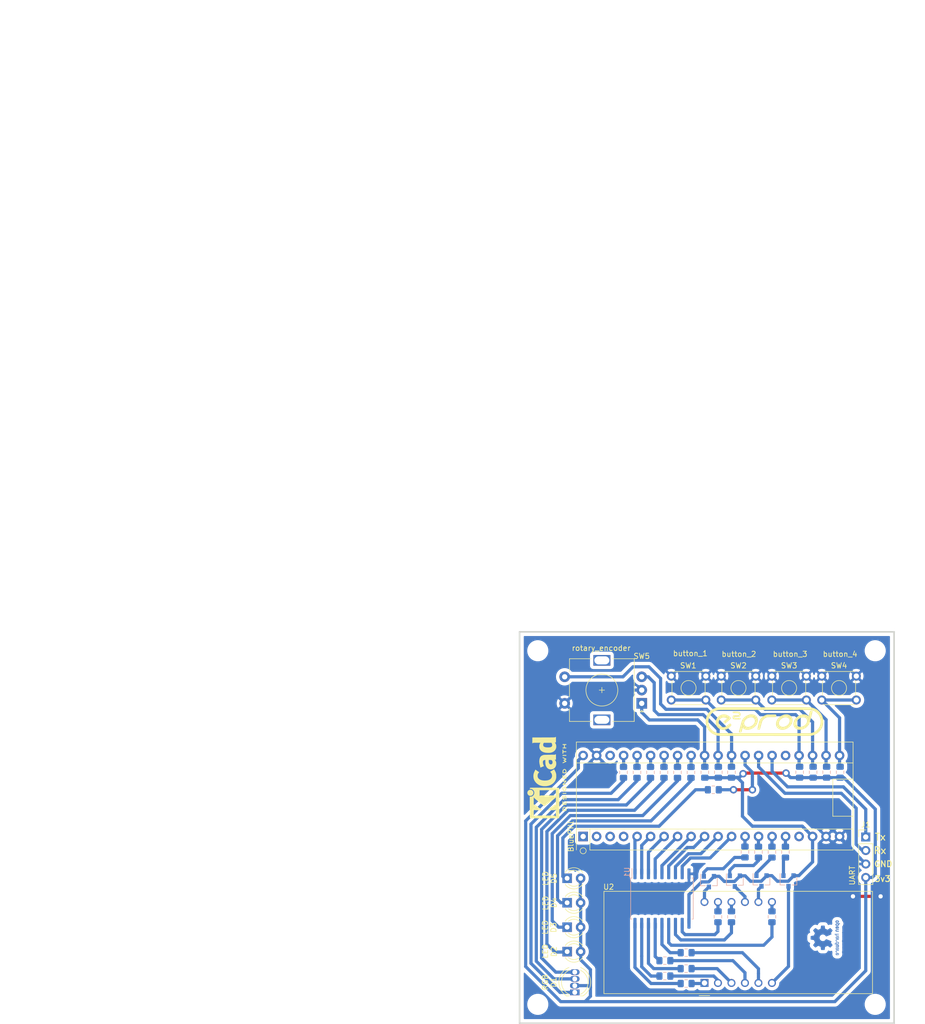
<source format=kicad_pcb>
(kicad_pcb (version 20171130) (host pcbnew "(5.1.6)-1")
  (layers (0 F.Cu signal) (31 B.Cu signal) (34 B.Paste user) (35 F.Paste user) (36 B.SilkS user) (37 F.SilkS user) (38 B.Mask user) (39 F.Mask user) (44 Edge.Cuts user))
  (net 0 "")
  (net 1 segE)
  (net 2 segD)
  (net 3 segC)
  (net 4 segP)
  (net 5 segB)
  (net 6 segA)
  (net 7 segF)
  (net 8 segG)
  (net 9 GND)
  (net 10 "Net-(D1-Pad3)")
  (net 11 "Net-(D1-Pad1)")
  (net 12 Rx)
  (net 13 Tx)
  (net 14 VCC)
  (net 15 "Net-(M1-Pad5)")
  (net 16 "Net-(M1-Pad6)")
  (net 17 "Net-(M1-Pad7)")
  (net 18 "Net-(M1-Pad8)")
  (net 19 "Net-(M1-Pad9)")
  (net 20 "Net-(M1-Pad10)")
  (net 21 "Net-(M1-Pad11)")
  (net 22 "Net-(M1-Pad12)")
  (net 23 seg1)
  (net 24 seg2)
  (net 25 seg3)
  (net 26 seg4)
  (net 27 ledr)
  (net 28 ledg)
  (net 29 ledb)
  (net 30 led1)
  (net 31 led2)
  (net 32 led3)
  (net 33 led4)
  (net 34 rotA)
  (net 35 rotB)
  (net 36 swr)
  (net 37 sw1)
  (net 38 sw2)
  (net 39 sw3)
  (net 40 sw4)
  (net 41 "Net-(R3-Pad1)")
  (net 42 "Net-(R4-Pad1)")
  (net 43 "Net-(R5-Pad1)")
  (net 44 "Net-(R6-Pad1)")
  (net 45 "Net-(R7-Pad1)")
  (net 46 "Net-(R8-Pad1)")
  (net 47 "Net-(R9-Pad1)")
  (net 48 "Net-(R10-Pad1)")
  (net 49 "Net-(Q1-Pad1)")
  (net 50 "Net-(Q2-Pad1)")
  (net 51 "Net-(Q3-Pad1)")
  (net 52 "Net-(Q4-Pad1)")
  (net 53 "Net-(D1-Pad4)")
  (net 54 "Net-(Q1-Pad3)")
  (net 55 "Net-(Q2-Pad3)")
  (net 56 "Net-(Q3-Pad3)")
  (net 57 "Net-(Q4-Pad3)")
  (net 58 "Net-(D2-Pad1)")
  (net 59 "Net-(D3-Pad1)")
  (net 60 "Net-(D4-Pad1)")
  (net 61 "Net-(D5-Pad1)")
  (net 62 "Net-(M1-Pad1)")
  (net 63 "Net-(M1-Pad2)")
  (net 64 "Net-(M1-Pad3)")
  (net 65 "Net-(M1-Pad4)")
  (net 66 "Net-(M1-Pad17)")
  (net 67 "Net-(M1-Pad38)")
  (net 68 "Net-(M1-Pad25)")
  (module Symbol:OSHW-Logo2_7.3x6mm_Copper (layer B.Cu) (at 167.4 116 270)
    (fp_text reference REF** hide)
    (fp_text value OSHW-Logo2_7.3x6mm_Copper hide)
    (fp_poly (pts (xy -2.400256 -1.919918) (xy -2.344799 -1.947568) (xy -2.295852 -1.99848) (xy -2.282371 -2.017338) (xy -2.267686 -2.042015) (xy -2.258158 -2.068816) (xy -2.252707 -2.104587) (xy -2.250253 -2.156169) (xy -2.249714 -2.224267) (xy -2.252148 -2.317588) (xy -2.260606 -2.387657) (xy -2.276826 -2.439931) (xy -2.302546 -2.479869) (xy -2.339503 -2.512929) (xy -2.342218 -2.514886) (xy -2.37864 -2.534908) (xy -2.422498 -2.544815) (xy -2.478276 -2.547257) (xy -2.568952 -2.547257) (xy -2.56899 -2.635283) (xy -2.569834 -2.684308) (xy -2.574976 -2.713065) (xy -2.588413 -2.730311) (xy -2.614142 -2.744808) (xy -2.620321 -2.747769) (xy -2.649236 -2.761648) (xy -2.671624 -2.770414) (xy -2.688271 -2.771171) (xy -2.699964 -2.761023) (xy -2.70749 -2.737073) (xy -2.711634 -2.696426) (xy -2.713185 -2.636186) (xy -2.712929 -2.553455) (xy -2.711651 -2.445339) (xy -2.711252 -2.413) (xy -2.709815 -2.301524) (xy -2.708528 -2.228603) (xy -2.569029 -2.228603) (xy -2.568245 -2.290499) (xy -2.56476 -2.330997) (xy -2.556876 -2.357708) (xy -2.542895 -2.378244) (xy -2.533403 -2.38826) (xy -2.494596 -2.417567) (xy -2.460237 -2.419952) (xy -2.424784 -2.39575) (xy -2.423886 -2.394857) (xy -2.409461 -2.376153) (xy -2.400687 -2.350732) (xy -2.396261 -2.311584) (xy -2.394882 -2.251697) (xy -2.394857 -2.23843) (xy -2.398188 -2.155901) (xy -2.409031 -2.098691) (xy -2.42866 -2.063766) (xy -2.45835 -2.048094) (xy -2.475509 -2.046514) (xy -2.516234 -2.053926) (xy -2.544168 -2.07833) (xy -2.560983 -2.12298) (xy -2.56835 -2.19113) (xy -2.569029 -2.228603) (xy -2.708528 -2.228603) (xy -2.708292 -2.215245) (xy -2.706323 -2.150333) (xy -2.70355 -2.102958) (xy -2.699612 -2.06929) (xy -2.694151 -2.045498) (xy -2.686808 -2.027753) (xy -2.677223 -2.012224) (xy -2.673113 -2.006381) (xy -2.618595 -1.951185) (xy -2.549664 -1.91989) (xy -2.469928 -1.911165) (xy -2.400256 -1.919918)) (layer B.Cu) (width 0.01))
    (fp_poly (pts (xy -1.283907 -1.92778) (xy -1.237328 -1.954723) (xy -1.204943 -1.981466) (xy -1.181258 -2.009484) (xy -1.164941 -2.043748) (xy -1.154661 -2.089227) (xy -1.149086 -2.150892) (xy -1.146884 -2.233711) (xy -1.146629 -2.293246) (xy -1.146629 -2.512391) (xy -1.208314 -2.540044) (xy -1.27 -2.567697) (xy -1.277257 -2.32767) (xy -1.280256 -2.238028) (xy -1.283402 -2.172962) (xy -1.287299 -2.128026) (xy -1.292553 -2.09877) (xy -1.299769 -2.080748) (xy -1.30955 -2.069511) (xy -1.312688 -2.067079) (xy -1.360239 -2.048083) (xy -1.408303 -2.0556) (xy -1.436914 -2.075543) (xy -1.448553 -2.089675) (xy -1.456609 -2.10822) (xy -1.461729 -2.136334) (xy -1.464559 -2.179173) (xy -1.465744 -2.241895) (xy -1.465943 -2.307261) (xy -1.465982 -2.389268) (xy -1.467386 -2.447316) (xy -1.472086 -2.486465) (xy -1.482013 -2.51178) (xy -1.499097 -2.528323) (xy -1.525268 -2.541156) (xy -1.560225 -2.554491) (xy -1.598404 -2.569007) (xy -1.593859 -2.311389) (xy -1.592029 -2.218519) (xy -1.589888 -2.149889) (xy -1.586819 -2.100711) (xy -1.582206 -2.066198) (xy -1.575432 -2.041562) (xy -1.565881 -2.022016) (xy -1.554366 -2.00477) (xy -1.49881 -1.94968) (xy -1.43102 -1.917822) (xy -1.357287 -1.910191) (xy -1.283907 -1.92778)) (layer B.Cu) (width 0.01))
    (fp_poly (pts (xy -2.958885 -1.921962) (xy -2.890855 -1.957733) (xy -2.840649 -2.015301) (xy -2.822815 -2.052312) (xy -2.808937 -2.107882) (xy -2.801833 -2.178096) (xy -2.80116 -2.254727) (xy -2.806573 -2.329552) (xy -2.81773 -2.394342) (xy -2.834286 -2.440873) (xy -2.839374 -2.448887) (xy -2.899645 -2.508707) (xy -2.971231 -2.544535) (xy -3.048908 -2.55502) (xy -3.127452 -2.53881) (xy -3.149311 -2.529092) (xy -3.191878 -2.499143) (xy -3.229237 -2.459433) (xy -3.232768 -2.454397) (xy -3.247119 -2.430124) (xy -3.256606 -2.404178) (xy -3.26221 -2.370022) (xy -3.264914 -2.321119) (xy -3.265701 -2.250935) (xy -3.265714 -2.2352) (xy -3.265678 -2.230192) (xy -3.120571 -2.230192) (xy -3.119727 -2.29643) (xy -3.116404 -2.340386) (xy -3.109417 -2.368779) (xy -3.097584 -2.388325) (xy -3.091543 -2.394857) (xy -3.056814 -2.41968) (xy -3.023097 -2.418548) (xy -2.989005 -2.397016) (xy -2.968671 -2.374029) (xy -2.956629 -2.340478) (xy -2.949866 -2.287569) (xy -2.949402 -2.281399) (xy -2.948248 -2.185513) (xy -2.960312 -2.114299) (xy -2.98543 -2.068194) (xy -3.02344 -2.047635) (xy -3.037008 -2.046514) (xy -3.072636 -2.052152) (xy -3.097006 -2.071686) (xy -3.111907 -2.109042) (xy -3.119125 -2.16815) (xy -3.120571 -2.230192) (xy -3.265678 -2.230192) (xy -3.265174 -2.160413) (xy -3.262904 -2.108159) (xy -3.257932 -2.071949) (xy -3.249287 -2.045299) (xy -3.235995 -2.021722) (xy -3.233057 -2.017338) (xy -3.183687 -1.958249) (xy -3.129891 -1.923947) (xy -3.064398 -1.910331) (xy -3.042158 -1.909665) (xy -2.958885 -1.921962)) (layer B.Cu) (width 0.01))
    (fp_poly (pts (xy -1.831697 -1.931239) (xy -1.774473 -1.969735) (xy -1.730251 -2.025335) (xy -1.703833 -2.096086) (xy -1.69849 -2.148162) (xy -1.699097 -2.169893) (xy -1.704178 -2.186531) (xy -1.718145 -2.201437) (xy -1.745411 -2.217973) (xy -1.790388 -2.239498) (xy -1.857489 -2.269374) (xy -1.857829 -2.269524) (xy -1.919593 -2.297813) (xy -1.970241 -2.322933) (xy -2.004596 -2.342179) (xy -2.017482 -2.352848) (xy -2.017486 -2.352934) (xy -2.006128 -2.376166) (xy -1.979569 -2.401774) (xy -1.949077 -2.420221) (xy -1.93363 -2.423886) (xy -1.891485 -2.411212) (xy -1.855192 -2.379471) (xy -1.837483 -2.344572) (xy -1.820448 -2.318845) (xy -1.787078 -2.289546) (xy -1.747851 -2.264235) (xy -1.713244 -2.250471) (xy -1.706007 -2.249714) (xy -1.697861 -2.26216) (xy -1.69737 -2.293972) (xy -1.703357 -2.336866) (xy -1.714643 -2.382558) (xy -1.73005 -2.422761) (xy -1.730829 -2.424322) (xy -1.777196 -2.489062) (xy -1.837289 -2.533097) (xy -1.905535 -2.554711) (xy -1.976362 -2.552185) (xy -2.044196 -2.523804) (xy -2.047212 -2.521808) (xy -2.100573 -2.473448) (xy -2.13566 -2.410352) (xy -2.155078 -2.327387) (xy -2.157684 -2.304078) (xy -2.162299 -2.194055) (xy -2.156767 -2.142748) (xy -2.017486 -2.142748) (xy -2.015676 -2.174753) (xy -2.005778 -2.184093) (xy -1.981102 -2.177105) (xy -1.942205 -2.160587) (xy -1.898725 -2.139881) (xy -1.897644 -2.139333) (xy -1.860791 -2.119949) (xy -1.846 -2.107013) (xy -1.849647 -2.093451) (xy -1.865005 -2.075632) (xy -1.904077 -2.049845) (xy -1.946154 -2.04795) (xy -1.983897 -2.066717) (xy -2.009966 -2.102915) (xy -2.017486 -2.142748) (xy -2.156767 -2.142748) (xy -2.152806 -2.106027) (xy -2.12845 -2.036212) (xy -2.094544 -1.987302) (xy -2.033347 -1.937878) (xy -1.965937 -1.913359) (xy -1.89712 -1.911797) (xy -1.831697 -1.931239)) (layer B.Cu) (width 0.01))
    (fp_poly (pts (xy -0.624114 -1.851289) (xy -0.619861 -1.910613) (xy -0.614975 -1.945572) (xy -0.608205 -1.96082) (xy -0.598298 -1.961015) (xy -0.595086 -1.959195) (xy -0.552356 -1.946015) (xy -0.496773 -1.946785) (xy -0.440263 -1.960333) (xy -0.404918 -1.977861) (xy -0.368679 -2.005861) (xy -0.342187 -2.037549) (xy -0.324001 -2.077813) (xy -0.312678 -2.131543) (xy -0.306778 -2.203626) (xy -0.304857 -2.298951) (xy -0.304823 -2.317237) (xy -0.3048 -2.522646) (xy -0.350509 -2.53858) (xy -0.382973 -2.54942) (xy -0.400785 -2.554468) (xy -0.401309 -2.554514) (xy -0.403063 -2.540828) (xy -0.404556 -2.503076) (xy -0.405674 -2.446224) (xy -0.406303 -2.375234) (xy -0.4064 -2.332073) (xy -0.406602 -2.246973) (xy -0.407642 -2.185981) (xy -0.410169 -2.144177) (xy -0.414836 -2.116642) (xy -0.422293 -2.098456) (xy -0.433189 -2.084698) (xy -0.439993 -2.078073) (xy -0.486728 -2.051375) (xy -0.537728 -2.049375) (xy -0.583999 -2.071955) (xy -0.592556 -2.080107) (xy -0.605107 -2.095436) (xy -0.613812 -2.113618) (xy -0.619369 -2.139909) (xy -0.622474 -2.179562) (xy -0.623824 -2.237832) (xy -0.624114 -2.318173) (xy -0.624114 -2.522646) (xy -0.669823 -2.53858) (xy -0.702287 -2.54942) (xy -0.720099 -2.554468) (xy -0.720623 -2.554514) (xy -0.721963 -2.540623) (xy -0.723172 -2.501439) (xy -0.724199 -2.4407) (xy -0.724998 -2.362141) (xy -0.725519 -2.269498) (xy -0.725714 -2.166509) (xy -0.725714 -1.769342) (xy -0.678543 -1.749444) (xy -0.631371 -1.729547) (xy -0.624114 -1.851289)) (layer B.Cu) (width 0.01))
    (fp_poly (pts (xy 0.039744 -1.950968) (xy 0.096616 -1.972087) (xy 0.097267 -1.972493) (xy 0.13244 -1.99838) (xy 0.158407 -2.028633) (xy 0.17667 -2.068058) (xy 0.188732 -2.121462) (xy 0.196096 -2.193651) (xy 0.200264 -2.289432) (xy 0.200629 -2.303078) (xy 0.205876 -2.508842) (xy 0.161716 -2.531678) (xy 0.129763 -2.54711) (xy 0.11047 -2.554423) (xy 0.109578 -2.554514) (xy 0.106239 -2.541022) (xy 0.103587 -2.504626) (xy 0.101956 -2.451452) (xy 0.1016 -2.408393) (xy 0.101592 -2.338641) (xy 0.098403 -2.294837) (xy 0.087288 -2.273944) (xy 0.063501 -2.272925) (xy 0.022296 -2.288741) (xy -0.039914 -2.317815) (xy -0.085659 -2.341963) (xy -0.109187 -2.362913) (xy -0.116104 -2.385747) (xy -0.116114 -2.386877) (xy -0.104701 -2.426212) (xy -0.070908 -2.447462) (xy -0.019191 -2.450539) (xy 0.018061 -2.450006) (xy 0.037703 -2.460735) (xy 0.049952 -2.486505) (xy 0.057002 -2.519337) (xy 0.046842 -2.537966) (xy 0.043017 -2.540632) (xy 0.007001 -2.55134) (xy -0.043434 -2.552856) (xy -0.095374 -2.545759) (xy -0.132178 -2.532788) (xy -0.183062 -2.489585) (xy -0.211986 -2.429446) (xy -0.217714 -2.382462) (xy -0.213343 -2.340082) (xy -0.197525 -2.305488) (xy -0.166203 -2.274763) (xy -0.115322 -2.24399) (xy -0.040824 -2.209252) (xy -0.036286 -2.207288) (xy 0.030821 -2.176287) (xy 0.072232 -2.150862) (xy 0.089981 -2.128014) (xy 0.086107 -2.104745) (xy 0.062643 -2.078056) (xy 0.055627 -2.071914) (xy 0.00863 -2.0481) (xy -0.040067 -2.049103) (xy -0.082478 -2.072451) (xy -0.110616 -2.115675) (xy -0.113231 -2.12416) (xy -0.138692 -2.165308) (xy -0.170999 -2.185128) (xy -0.217714 -2.20477) (xy -0.217714 -2.15395) (xy -0.203504 -2.080082) (xy -0.161325 -2.012327) (xy -0.139376 -1.989661) (xy -0.089483 -1.960569) (xy -0.026033 -1.9474) (xy 0.039744 -1.950968)) (layer B.Cu) (width 0.01))
    (fp_poly (pts (xy 0.529926 -1.949755) (xy 0.595858 -1.974084) (xy 0.649273 -2.017117) (xy 0.670164 -2.047409) (xy 0.692939 -2.102994) (xy 0.692466 -2.143186) (xy 0.668562 -2.170217) (xy 0.659717 -2.174813) (xy 0.62153 -2.189144) (xy 0.602028 -2.185472) (xy 0.595422 -2.161407) (xy 0.595086 -2.148114) (xy 0.582992 -2.09921) (xy 0.551471 -2.064999) (xy 0.507659 -2.048476) (xy 0.458695 -2.052634) (xy 0.418894 -2.074227) (xy 0.40545 -2.086544) (xy 0.395921 -2.101487) (xy 0.389485 -2.124075) (xy 0.385317 -2.159328) (xy 0.382597 -2.212266) (xy 0.380502 -2.287907) (xy 0.37996 -2.311857) (xy 0.377981 -2.39379) (xy 0.375731 -2.451455) (xy 0.372357 -2.489608) (xy 0.367006 -2.513004) (xy 0.358824 -2.526398) (xy 0.346959 -2.534545) (xy 0.339362 -2.538144) (xy 0.307102 -2.550452) (xy 0.288111 -2.554514) (xy 0.281836 -2.540948) (xy 0.278006 -2.499934) (xy 0.2766 -2.430999) (xy 0.277598 -2.333669) (xy 0.277908 -2.318657) (xy 0.280101 -2.229859) (xy 0.282693 -2.165019) (xy 0.286382 -2.119067) (xy 0.291864 -2.086935) (xy 0.299835 -2.063553) (xy 0.310993 -2.043852) (xy 0.31683 -2.03541) (xy 0.350296 -1.998057) (xy 0.387727 -1.969003) (xy 0.392309 -1.966467) (xy 0.459426 -1.946443) (xy 0.529926 -1.949755)) (layer B.Cu) (width 0.01))
    (fp_poly (pts (xy 1.190117 -2.065358) (xy 1.189933 -2.173837) (xy 1.189219 -2.257287) (xy 1.187675 -2.319704) (xy 1.185001 -2.365085) (xy 1.180894 -2.397429) (xy 1.175055 -2.420733) (xy 1.167182 -2.438995) (xy 1.161221 -2.449418) (xy 1.111855 -2.505945) (xy 1.049264 -2.541377) (xy 0.980013 -2.55409) (xy 0.910668 -2.542463) (xy 0.869375 -2.521568) (xy 0.826025 -2.485422) (xy 0.796481 -2.441276) (xy 0.778655 -2.383462) (xy 0.770463 -2.306313) (xy 0.769302 -2.249714) (xy 0.769458 -2.245647) (xy 0.870857 -2.245647) (xy 0.871476 -2.31055) (xy 0.874314 -2.353514) (xy 0.88084 -2.381622) (xy 0.892523 -2.401953) (xy 0.906483 -2.417288) (xy 0.953365 -2.44689) (xy 1.003701 -2.449419) (xy 1.051276 -2.424705) (xy 1.054979 -2.421356) (xy 1.070783 -2.403935) (xy 1.080693 -2.383209) (xy 1.086058 -2.352362) (xy 1.088228 -2.304577) (xy 1.088571 -2.251748) (xy 1.087827 -2.185381) (xy 1.084748 -2.141106) (xy 1.078061 -2.112009) (xy 1.066496 -2.091173) (xy 1.057013 -2.080107) (xy 1.01296 -2.052198) (xy 0.962224 -2.048843) (xy 0.913796 -2.070159) (xy 0.90445 -2.078073) (xy 0.88854 -2.095647) (xy 0.87861 -2.116587) (xy 0.873278 -2.147782) (xy 0.871163 -2.196122) (xy 0.870857 -2.245647) (xy 0.769458 -2.245647) (xy 0.77281 -2.158568) (xy 0.784726 -2.090086) (xy 0.807135 -2.0386) (xy 0.842124 -1.998443) (xy 0.869375 -1.977861) (xy 0.918907 -1.955625) (xy 0.976316 -1.945304) (xy 1.029682 -1.948067) (xy 1.059543 -1.959212) (xy 1.071261 -1.962383) (xy 1.079037 -1.950557) (xy 1.084465 -1.918866) (xy 1.088571 -1.870593) (xy 1.093067 -1.816829) (xy 1.099313 -1.784482) (xy 1.110676 -1.765985) (xy 1.130528 -1.75377) (xy 1.143 -1.748362) (xy 1.190171 -1.728601) (xy 1.190117 -2.065358)) (layer B.Cu) (width 0.01))
    (fp_poly (pts (xy 1.779833 -1.958663) (xy 1.782048 -1.99685) (xy 1.783784 -2.054886) (xy 1.784899 -2.12818) (xy 1.785257 -2.205055) (xy 1.785257 -2.465196) (xy 1.739326 -2.511127) (xy 1.707675 -2.539429) (xy 1.67989 -2.550893) (xy 1.641915 -2.550168) (xy 1.62684 -2.548321) (xy 1.579726 -2.542948) (xy 1.540756 -2.539869) (xy 1.531257 -2.539585) (xy 1.499233 -2.541445) (xy 1.453432 -2.546114) (xy 1.435674 -2.548321) (xy 1.392057 -2.551735) (xy 1.362745 -2.54432) (xy 1.33368 -2.521427) (xy 1.323188 -2.511127) (xy 1.277257 -2.465196) (xy 1.277257 -1.978602) (xy 1.314226 -1.961758) (xy 1.346059 -1.949282) (xy 1.364683 -1.944914) (xy 1.369458 -1.958718) (xy 1.373921 -1.997286) (xy 1.377775 -2.056356) (xy 1.380722 -2.131663) (xy 1.382143 -2.195286) (xy 1.386114 -2.445657) (xy 1.420759 -2.450556) (xy 1.452268 -2.447131) (xy 1.467708 -2.436041) (xy 1.472023 -2.415308) (xy 1.475708 -2.371145) (xy 1.478469 -2.309146) (xy 1.480012 -2.234909) (xy 1.480235 -2.196706) (xy 1.480457 -1.976783) (xy 1.526166 -1.960849) (xy 1.558518 -1.950015) (xy 1.576115 -1.944962) (xy 1.576623 -1.944914) (xy 1.578388 -1.958648) (xy 1.580329 -1.99673) (xy 1.582282 -2.054482) (xy 1.584084 -2.127227) (xy 1.585343 -2.195286) (xy 1.589314 -2.445657) (xy 1.6764 -2.445657) (xy 1.680396 -2.21724) (xy 1.684392 -1.988822) (xy 1.726847 -1.966868) (xy 1.758192 -1.951793) (xy 1.776744 -1.944951) (xy 1.777279 -1.944914) (xy 1.779833 -1.958663)) (layer B.Cu) (width 0.01))
    (fp_poly (pts (xy 2.144876 -1.956335) (xy 2.186667 -1.975344) (xy 2.219469 -1.998378) (xy 2.243503 -2.024133) (xy 2.260097 -2.057358) (xy 2.270577 -2.1028) (xy 2.276271 -2.165207) (xy 2.278507 -2.249327) (xy 2.278743 -2.304721) (xy 2.278743 -2.520826) (xy 2.241774 -2.53767) (xy 2.212656 -2.549981) (xy 2.198231 -2.554514) (xy 2.195472 -2.541025) (xy 2.193282 -2.504653) (xy 2.191942 -2.451542) (xy 2.191657 -2.409372) (xy 2.190434 -2.348447) (xy 2.187136 -2.300115) (xy 2.182321 -2.270518) (xy 2.178496 -2.264229) (xy 2.152783 -2.270652) (xy 2.112418 -2.287125) (xy 2.065679 -2.309458) (xy 2.020845 -2.333457) (xy 1.986193 -2.35493) (xy 1.970002 -2.369685) (xy 1.969938 -2.369845) (xy 1.97133 -2.397152) (xy 1.983818 -2.423219) (xy 2.005743 -2.444392) (xy 2.037743 -2.451474) (xy 2.065092 -2.450649) (xy 2.103826 -2.450042) (xy 2.124158 -2.459116) (xy 2.136369 -2.483092) (xy 2.137909 -2.487613) (xy 2.143203 -2.521806) (xy 2.129047 -2.542568) (xy 2.092148 -2.552462) (xy 2.052289 -2.554292) (xy 1.980562 -2.540727) (xy 1.943432 -2.521355) (xy 1.897576 -2.475845) (xy 1.873256 -2.419983) (xy 1.871073 -2.360957) (xy 1.891629 -2.305953) (xy 1.922549 -2.271486) (xy 1.95342 -2.252189) (xy 2.001942 -2.227759) (xy 2.058485 -2.202985) (xy 2.06791 -2.199199) (xy 2.130019 -2.171791) (xy 2.165822 -2.147634) (xy 2.177337 -2.123619) (xy 2.16658 -2.096635) (xy 2.148114 -2.075543) (xy 2.104469 -2.049572) (xy 2.056446 -2.047624) (xy 2.012406 -2.067637) (xy 1.980709 -2.107551) (xy 1.976549 -2.117848) (xy 1.952327 -2.155724) (xy 1.916965 -2.183842) (xy 1.872343 -2.206917) (xy 1.872343 -2.141485) (xy 1.874969 -2.101506) (xy 1.88623 -2.069997) (xy 1.911199 -2.036378) (xy 1.935169 -2.010484) (xy 1.972441 -1.973817) (xy 2.001401 -1.954121) (xy 2.032505 -1.94622) (xy 2.067713 -1.944914) (xy 2.144876 -1.956335)) (layer B.Cu) (width 0.01))
    (fp_poly (pts (xy 2.6526 -1.958752) (xy 2.669948 -1.966334) (xy 2.711356 -1.999128) (xy 2.746765 -2.046547) (xy 2.768664 -2.097151) (xy 2.772229 -2.122098) (xy 2.760279 -2.156927) (xy 2.734067 -2.175357) (xy 2.705964 -2.186516) (xy 2.693095 -2.188572) (xy 2.686829 -2.173649) (xy 2.674456 -2.141175) (xy 2.669028 -2.126502) (xy 2.63859 -2.075744) (xy 2.59452 -2.050427) (xy 2.53801 -2.051206) (xy 2.533825 -2.052203) (xy 2.503655 -2.066507) (xy 2.481476 -2.094393) (xy 2.466327 -2.139287) (xy 2.45725 -2.204615) (xy 2.453286 -2.293804) (xy 2.452914 -2.341261) (xy 2.45273 -2.416071) (xy 2.451522 -2.467069) (xy 2.448309 -2.499471) (xy 2.442109 -2.518495) (xy 2.43194 -2.529356) (xy 2.416819 -2.537272) (xy 2.415946 -2.53767) (xy 2.386828 -2.549981) (xy 2.372403 -2.554514) (xy 2.370186 -2.540809) (xy 2.368289 -2.502925) (xy 2.366847 -2.445715) (xy 2.365998 -2.374027) (xy 2.365829 -2.321565) (xy 2.366692 -2.220047) (xy 2.37007 -2.143032) (xy 2.377142 -2.086023) (xy 2.389088 -2.044526) (xy 2.40709 -2.014043) (xy 2.432327 -1.99008) (xy 2.457247 -1.973355) (xy 2.517171 -1.951097) (xy 2.586911 -1.946076) (xy 2.6526 -1.958752)) (layer B.Cu) (width 0.01))
    (fp_poly (pts (xy 3.153595 -1.966966) (xy 3.211021 -2.004497) (xy 3.238719 -2.038096) (xy 3.260662 -2.099064) (xy 3.262405 -2.147308) (xy 3.258457 -2.211816) (xy 3.109686 -2.276934) (xy 3.037349 -2.310202) (xy 2.990084 -2.336964) (xy 2.965507 -2.360144) (xy 2.961237 -2.382667) (xy 2.974889 -2.407455) (xy 2.989943 -2.423886) (xy 3.033746 -2.450235) (xy 3.081389 -2.452081) (xy 3.125145 -2.431546) (xy 3.157289 -2.390752) (xy 3.163038 -2.376347) (xy 3.190576 -2.331356) (xy 3.222258 -2.312182) (xy 3.265714 -2.295779) (xy 3.265714 -2.357966) (xy 3.261872 -2.400283) (xy 3.246823 -2.435969) (xy 3.21528 -2.476943) (xy 3.210592 -2.482267) (xy 3.175506 -2.51872) (xy 3.145347 -2.538283) (xy 3.107615 -2.547283) (xy 3.076335 -2.55023) (xy 3.020385 -2.550965) (xy 2.980555 -2.54166) (xy 2.955708 -2.527846) (xy 2.916656 -2.497467) (xy 2.889625 -2.464613) (xy 2.872517 -2.423294) (xy 2.863238 -2.367521) (xy 2.859693 -2.291305) (xy 2.85941 -2.252622) (xy 2.860372 -2.206247) (xy 2.948007 -2.206247) (xy 2.949023 -2.231126) (xy 2.951556 -2.2352) (xy 2.968274 -2.229665) (xy 3.004249 -2.215017) (xy 3.052331 -2.19419) (xy 3.062386 -2.189714) (xy 3.123152 -2.158814) (xy 3.156632 -2.131657) (xy 3.16399 -2.10622) (xy 3.146391 -2.080481) (xy 3.131856 -2.069109) (xy 3.07941 -2.046364) (xy 3.030322 -2.050122) (xy 2.989227 -2.077884) (xy 2.960758 -2.127152) (xy 2.951631 -2.166257) (xy 2.948007 -2.206247) (xy 2.860372 -2.206247) (xy 2.861285 -2.162249) (xy 2.868196 -2.095384) (xy 2.881884 -2.046695) (xy 2.904096 -2.010849) (xy 2.936574 -1.982513) (xy 2.950733 -1.973355) (xy 3.015053 -1.949507) (xy 3.085473 -1.948006) (xy 3.153595 -1.966966)) (layer B.Cu) (width 0.01))
    (fp_poly (pts (xy 0.10391 2.757652) (xy 0.182454 2.757222) (xy 0.239298 2.756058) (xy 0.278105 2.753793) (xy 0.302538 2.75006) (xy 0.316262 2.744494) (xy 0.32294 2.736727) (xy 0.326236 2.726395) (xy 0.326556 2.725057) (xy 0.331562 2.700921) (xy 0.340829 2.653299) (xy 0.353392 2.587259) (xy 0.368287 2.507872) (xy 0.384551 2.420204) (xy 0.385119 2.417125) (xy 0.40141 2.331211) (xy 0.416652 2.255304) (xy 0.429861 2.193955) (xy 0.440054 2.151718) (xy 0.446248 2.133145) (xy 0.446543 2.132816) (xy 0.464788 2.123747) (xy 0.502405 2.108633) (xy 0.551271 2.090738) (xy 0.551543 2.090642) (xy 0.613093 2.067507) (xy 0.685657 2.038035) (xy 0.754057 2.008403) (xy 0.757294 2.006938) (xy 0.868702 1.956374) (xy 1.115399 2.12484) (xy 1.191077 2.176197) (xy 1.259631 2.222111) (xy 1.317088 2.25997) (xy 1.359476 2.287163) (xy 1.382825 2.301079) (xy 1.385042 2.302111) (xy 1.40201 2.297516) (xy 1.433701 2.275345) (xy 1.481352 2.234553) (xy 1.546198 2.174095) (xy 1.612397 2.109773) (xy 1.676214 2.046388) (xy 1.733329 1.988549) (xy 1.780305 1.939825) (xy 1.813703 1.90379) (xy 1.830085 1.884016) (xy 1.830694 1.882998) (xy 1.832505 1.869428) (xy 1.825683 1.847267) (xy 1.80854 1.813522) (xy 1.779393 1.7652) (xy 1.736555 1.699308) (xy 1.679448 1.614483) (xy 1.628766 1.539823) (xy 1.583461 1.47286) (xy 1.54615 1.417484) (xy 1.519452 1.37758) (xy 1.505985 1.357038) (xy 1.505137 1.355644) (xy 1.506781 1.335962) (xy 1.519245 1.297707) (xy 1.540048 1.248111) (xy 1.547462 1.232272) (xy 1.579814 1.16171) (xy 1.614328 1.081647) (xy 1.642365 1.012371) (xy 1.662568 0.960955) (xy 1.678615 0.921881) (xy 1.687888 0.901459) (xy 1.689041 0.899886) (xy 1.706096 0.897279) (xy 1.746298 0.890137) (xy 1.804302 0.879477) (xy 1.874763 0.866315) (xy 1.952335 0.851667) (xy 2.031672 0.836551) (xy 2.107431 0.821982) (xy 2.174264 0.808978) (xy 2.226828 0.798555) (xy 2.259776 0.79173) (xy 2.267857 0.789801) (xy 2.276205 0.785038) (xy 2.282506 0.774282) (xy 2.287045 0.753902) (xy 2.290104 0.720266) (xy 2.291967 0.669745) (xy 2.292918 0.598708) (xy 2.29324 0.503524) (xy 2.293257 0.464508) (xy 2.293257 0.147201) (xy 2.217057 0.132161) (xy 2.174663 0.124005) (xy 2.1114 0.112101) (xy 2.034962 0.097884) (xy 1.953043 0.08279) (xy 1.9304 0.078645) (xy 1.854806 0.063947) (xy 1.788953 0.049495) (xy 1.738366 0.036625) (xy 1.708574 0.026678) (xy 1.703612 0.023713) (xy 1.691426 0.002717) (xy 1.673953 -0.037967) (xy 1.654577 -0.090322) (xy 1.650734 -0.1016) (xy 1.625339 -0.171523) (xy 1.593817 -0.250418) (xy 1.562969 -0.321266) (xy 1.562817 -0.321595) (xy 1.511447 -0.432733) (xy 1.680399 -0.681253) (xy 1.849352 -0.929772) (xy 1.632429 -1.147058) (xy 1.566819 -1.211726) (xy 1.506979 -1.268733) (xy 1.456267 -1.315033) (xy 1.418046 -1.347584) (xy 1.395675 -1.363343) (xy 1.392466 -1.364343) (xy 1.373626 -1.356469) (xy 1.33518 -1.334578) (xy 1.28133 -1.301267) (xy 1.216276 -1.259131) (xy 1.14594 -1.211943) (xy 1.074555 -1.16381) (xy 1.010908 -1.121928) (xy 0.959041 -1.088871) (xy 0.922995 -1.067218) (xy 0.906867 -1.059543) (xy 0.887189 -1.066037) (xy 0.849875 -1.08315) (xy 0.802621 -1.107326) (xy 0.797612 -1.110013) (xy 0.733977 -1.141927) (xy 0.690341 -1.157579) (xy 0.663202 -1.157745) (xy 0.649057 -1.143204) (xy 0.648975 -1.143) (xy 0.641905 -1.125779) (xy 0.625042 -1.084899) (xy 0.599695 -1.023525) (xy 0.567171 -0.944819) (xy 0.528778 -0.851947) (xy 0.485822 -0.748072) (xy 0.444222 -0.647502) (xy 0.398504 -0.536516) (xy 0.356526 -0.433703) (xy 0.319548 -0.342215) (xy 0.288827 -0.265201) (xy 0.265622 -0.205815) (xy 0.25119 -0.167209) (xy 0.246743 -0.1528) (xy 0.257896 -0.136272) (xy 0.287069 -0.10993) (xy 0.325971 -0.080887) (xy 0.436757 0.010961) (xy 0.523351 0.116241) (xy 0.584716 0.232734) (xy 0.619815 0.358224) (xy 0.627608 0.490493) (xy 0.621943 0.551543) (xy 0.591078 0.678205) (xy 0.53792 0.790059) (xy 0.465767 0.885999) (xy 0.377917 0.964924) (xy 0.277665 1.02573) (xy 0.16831 1.067313) (xy 0.053147 1.088572) (xy -0.064525 1.088401) (xy -0.18141 1.065699) (xy -0.294211 1.019362) (xy -0.399631 0.948287) (xy -0.443632 0.908089) (xy -0.528021 0.804871) (xy -0.586778 0.692075) (xy -0.620296 0.57299) (xy -0.628965 0.450905) (xy -0.613177 0.329107) (xy -0.573322 0.210884) (xy -0.509793 0.099525) (xy -0.422979 -0.001684) (xy -0.325971 -0.080887) (xy -0.285563 -0.111162) (xy -0.257018 -0.137219) (xy -0.246743 -0.152825) (xy -0.252123 -0.169843) (xy -0.267425 -0.2105) (xy -0.291388 -0.271642) (xy -0.322756 -0.350119) (xy -0.360268 -0.44278) (xy -0.402667 -0.546472) (xy -0.444337 -0.647526) (xy -0.49031 -0.758607) (xy -0.532893 -0.861541) (xy -0.570779 -0.953165) (xy -0.60266 -1.030316) (xy -0.627229 -1.089831) (xy -0.64318 -1.128544) (xy -0.64909 -1.143) (xy -0.663052 -1.157685) (xy -0.69006 -1.157642) (xy -0.733587 -1.142099) (xy -0.79711 -1.110284) (xy -0.797612 -1.110013) (xy -0.84544 -1.085323) (xy -0.884103 -1.067338) (xy -0.905905 -1.059614) (xy -0.906867 -1.059543) (xy -0.923279 -1.067378) (xy -0.959513 -1.089165) (xy -1.011526 -1.122328) (xy -1.075275 -1.164291) (xy -1.14594 -1.211943) (xy -1.217884 -1.260191) (xy -1.282726 -1.302151) (xy -1.336265 -1.335227) (xy -1.374303 -1.356821) (xy -1.392467 -1.364343) (xy -1.409192 -1.354457) (xy -1.44282 -1.326826) (xy -1.48999 -1.284495) (xy -1.547342 -1.230505) (xy -1.611516 -1.167899) (xy -1.632503 -1.146983) (xy -1.849501 -0.929623) (xy -1.684332 -0.68722) (xy -1.634136 -0.612781) (xy -1.590081 -0.545972) (xy -1.554638 -0.490665) (xy -1.530281 -0.450729) (xy -1.519478 -0.430036) (xy -1.519162 -0.428563) (xy -1.524857 -0.409058) (xy -1.540174 -0.369822) (xy -1.562463 -0.31743) (xy -1.578107 -0.282355) (xy -1.607359 -0.215201) (xy -1.634906 -0.147358) (xy -1.656263 -0.090034) (xy -1.662065 -0.072572) (xy -1.678548 -0.025938) (xy -1.69466 0.010095) (xy -1.70351 0.023713) (xy -1.72304 0.032048) (xy -1.765666 0.043863) (xy -1.825855 0.057819) (xy -1.898078 0.072578) (xy -1.9304 0.078645) (xy -2.012478 0.093727) (xy -2.091205 0.108331) (xy -2.158891 0.12102) (xy -2.20784 0.130358) (xy -2.217057 0.132161) (xy -2.293257 0.147201) (xy -2.293257 0.464508) (xy -2.293086 0.568846) (xy -2.292384 0.647787) (xy -2.290866 0.704962) (xy -2.288251 0.744001) (xy -2.284254 0.768535) (xy -2.278591 0.782195) (xy -2.27098 0.788611) (xy -2.267857 0.789801) (xy -2.249022 0.79402) (xy -2.207412 0.802438) (xy -2.14837 0.814039) (xy -2.077243 0.827805) (xy -1.999375 0.84272) (xy -1.920113 0.857768) (xy -1.844802 0.871931) (xy -1.778787 0.884194) (xy -1.727413 0.893539) (xy -1.696025 0.89895) (xy -1.689041 0.899886) (xy -1.682715 0.912404) (xy -1.66871 0.945754) (xy -1.649645 0.993623) (xy -1.642366 1.012371) (xy -1.613004 1.084805) (xy -1.578429 1.16483) (xy -1.547463 1.232272) (xy -1.524677 1.283841) (xy -1.509518 1.326215) (xy -1.504458 1.352166) (xy -1.505264 1.355644) (xy -1.515959 1.372064) (xy -1.54038 1.408583) (xy -1.575905 1.461313) (xy -1.619913 1.526365) (xy -1.669783 1.599849) (xy -1.679644 1.614355) (xy -1.737508 1.700296) (xy -1.780044 1.765739) (xy -1.808946 1.813696) (xy -1.82591 1.84718) (xy -1.832633 1.869205) (xy -1.83081 1.882783) (xy -1.830764 1.882869) (xy -1.816414 1.900703) (xy -1.784677 1.935183) (xy -1.73899 1.982732) (xy -1.682796 2.039778) (xy -1.619532 2.102745) (xy -1.612398 2.109773) (xy -1.53267 2.18698) (xy -1.471143 2.24367) (xy -1.426579 2.28089) (xy -1.397743 2.299685) (xy -1.385042 2.302111) (xy -1.366506 2.291529) (xy -1.328039 2.267084) (xy -1.273614 2.231388) (xy -1.207202 2.187053) (xy -1.132775 2.136689) (xy -1.115399 2.12484) (xy -0.868703 1.956374) (xy -0.757294 2.006938) (xy -0.689543 2.036405) (xy -0.616817 2.066041) (xy -0.554297 2.08967) (xy -0.551543 2.090642) (xy -0.50264 2.108543) (xy -0.464943 2.12368) (xy -0.446575 2.13279) (xy -0.446544 2.132816) (xy -0.440715 2.149283) (xy -0.430808 2.189781) (xy -0.417805 2.249758) (xy -0.402691 2.32466) (xy -0.386448 2.409936) (xy -0.385119 2.417125) (xy -0.368825 2.504986) (xy -0.353867 2.58474) (xy -0.341209 2.651319) (xy -0.331814 2.699653) (xy -0.326646 2.724675) (xy -0.326556 2.725057) (xy -0.323411 2.735701) (xy -0.317296 2.743738) (xy -0.304547 2.749533) (xy -0.2815 2.753453) (xy -0.244491 2.755865) (xy -0.189856 2.757135) (xy -0.113933 2.757629) (xy -0.013056 2.757714) (xy 0 2.757714) (xy 0.10391 2.757652)) (layer B.Cu) (width 0.01))
  )
  (module bluepill:BluePill (layer F.Cu) (at 121.816 96.932 90)
    (fp_text reference M1)
    (fp_text value BluePill)
    (fp_text user BluePill (at -0.007 -2.311 90) (layer F.SilkS))
    (pad 1 thru_hole rect (at 0 0 270) (size 1.8 1.8) (drill 1) (layers *.Cu *.Mask) (net 62 "Net-(M1-Pad1)"))
    (pad 2 thru_hole circle (at 0 2.54 270) (size 1.8 1.8) (drill 1) (layers *.Cu *.Mask) (net 63 "Net-(M1-Pad2)"))
    (pad 3 thru_hole circle (at 0 5.08 270) (size 1.8 1.8) (drill 1) (layers *.Cu *.Mask) (net 64 "Net-(M1-Pad3)"))
    (pad 4 thru_hole circle (at 0 7.62 270) (size 1.8 1.8) (drill 1) (layers *.Cu *.Mask) (net 65 "Net-(M1-Pad4)"))
    (pad 5 thru_hole circle (at 0 10.16 270) (size 1.8 1.8) (drill 1) (layers *.Cu *.Mask) (net 15 "Net-(M1-Pad5)"))
    (pad 6 thru_hole circle (at 0 12.7 270) (size 1.8 1.8) (drill 1) (layers *.Cu *.Mask) (net 16 "Net-(M1-Pad6)"))
    (pad 7 thru_hole circle (at 0 15.24 270) (size 1.8 1.8) (drill 1) (layers *.Cu *.Mask) (net 17 "Net-(M1-Pad7)"))
    (pad 8 thru_hole circle (at 0 17.78 270) (size 1.8 1.8) (drill 1) (layers *.Cu *.Mask) (net 18 "Net-(M1-Pad8)"))
    (pad 9 thru_hole circle (at 0 20.32 270) (size 1.8 1.8) (drill 1) (layers *.Cu *.Mask) (net 19 "Net-(M1-Pad9)"))
    (pad 10 thru_hole circle (at 0 22.86 270) (size 1.8 1.8) (drill 1) (layers *.Cu *.Mask) (net 20 "Net-(M1-Pad10)"))
    (pad 11 thru_hole circle (at 0 25.4 270) (size 1.8 1.8) (drill 1) (layers *.Cu *.Mask) (net 21 "Net-(M1-Pad11)"))
    (pad 12 thru_hole circle (at 0 27.94 270) (size 1.8 1.8) (drill 1) (layers *.Cu *.Mask) (net 22 "Net-(M1-Pad12)"))
    (pad 13 thru_hole circle (at 0 30.48 270) (size 1.8 1.8) (drill 1) (layers *.Cu *.Mask) (net 23 seg1))
    (pad 14 thru_hole circle (at 0 33.02 270) (size 1.8 1.8) (drill 1) (layers *.Cu *.Mask) (net 24 seg2))
    (pad 15 thru_hole circle (at 0 35.56 270) (size 1.8 1.8) (drill 1) (layers *.Cu *.Mask) (net 25 seg3))
    (pad 16 thru_hole circle (at 0 38.1 270) (size 1.8 1.8) (drill 1) (layers *.Cu *.Mask) (net 26 seg4))
    (pad 17 thru_hole circle (at 0 40.64 270) (size 1.8 1.8) (drill 1) (layers *.Cu *.Mask) (net 66 "Net-(M1-Pad17)"))
    (pad 18 thru_hole circle (at 0 43.18 270) (size 1.8 1.8) (drill 1) (layers *.Cu *.Mask) (net 14 VCC))
    (pad 19 thru_hole circle (at 0 45.72 270) (size 1.8 1.8) (drill 1) (layers *.Cu *.Mask) (net 9 GND))
    (pad 20 thru_hole circle (at 0 48.26 270) (size 1.8 1.8) (drill 1) (layers *.Cu *.Mask) (net 9 GND))
    (pad 40 thru_hole circle (at 15.24 0 270) (size 1.8 1.8) (drill 1) (layers *.Cu *.Mask) (net 14 VCC))
    (pad 39 thru_hole circle (at 15.24 2.54 270) (size 1.8 1.8) (drill 1) (layers *.Cu *.Mask) (net 9 GND))
    (pad 38 thru_hole circle (at 15.24 5.08 270) (size 1.8 1.8) (drill 1) (layers *.Cu *.Mask) (net 67 "Net-(M1-Pad38)"))
    (pad 37 thru_hole circle (at 15.24 7.62 270) (size 1.8 1.8) (drill 1) (layers *.Cu *.Mask) (net 27 ledr))
    (pad 36 thru_hole circle (at 15.24 10.16 270) (size 1.8 1.8) (drill 1) (layers *.Cu *.Mask) (net 28 ledg))
    (pad 35 thru_hole circle (at 15.24 12.7 270) (size 1.8 1.8) (drill 1) (layers *.Cu *.Mask) (net 29 ledb))
    (pad 34 thru_hole circle (at 15.24 15.24 270) (size 1.8 1.8) (drill 1) (layers *.Cu *.Mask) (net 30 led1))
    (pad 33 thru_hole circle (at 15.24 17.78 270) (size 1.8 1.8) (drill 1) (layers *.Cu *.Mask) (net 31 led2))
    (pad 32 thru_hole circle (at 15.24 20.32 270) (size 1.8 1.8) (drill 1) (layers *.Cu *.Mask) (net 32 led3))
    (pad 31 thru_hole circle (at 15.24 22.86 270) (size 1.8 1.8) (drill 1) (layers *.Cu *.Mask) (net 34 rotA))
    (pad 30 thru_hole circle (at 15.24 25.4 270) (size 1.8 1.8) (drill 1) (layers *.Cu *.Mask) (net 35 rotB))
    (pad 29 thru_hole circle (at 15.24 27.94 270) (size 1.8 1.8) (drill 1) (layers *.Cu *.Mask) (net 36 swr))
    (pad 28 thru_hole circle (at 15.24 30.48 270) (size 1.8 1.8) (drill 1) (layers *.Cu *.Mask) (net 33 led4))
    (pad 27 thru_hole circle (at 15.24 33.02 270) (size 1.8 1.8) (drill 1) (layers *.Cu *.Mask) (net 12 Rx))
    (pad 26 thru_hole circle (at 15.24 35.56 270) (size 1.8 1.8) (drill 1) (layers *.Cu *.Mask) (net 13 Tx))
    (pad 25 thru_hole circle (at 15.24 38.1 270) (size 1.8 1.8) (drill 1) (layers *.Cu *.Mask) (net 68 "Net-(M1-Pad25)"))
    (pad 24 thru_hole circle (at 15.24 40.64 270) (size 1.8 1.8) (drill 1) (layers *.Cu *.Mask) (net 37 sw1))
    (pad 23 thru_hole circle (at 15.24 43.18 270) (size 1.8 1.8) (drill 1) (layers *.Cu *.Mask) (net 38 sw2))
    (pad 22 thru_hole circle (at 15.24 45.72 270) (size 1.8 1.8) (drill 1) (layers *.Cu *.Mask) (net 39 sw3))
    (pad 21 thru_hole circle (at 15.24 48.26 270) (size 1.8 1.8) (drill 1) (layers *.Cu *.Mask) (net 40 sw4))
  )
  (module MountingHole:MountingHole_2.7mm (layer F.Cu) (at 113.284 61.976)
    (fp_text reference REF** hide)
    (fp_text value MountingHole_2.7mm hide)
    (pad 1 np_thru_hole circle (at 0 0) (size 2.7 2.7) (drill 2.7) (layers *.Cu *.Mask))
  )
  (module MountingHole:MountingHole_2.7mm (layer F.Cu) (at 113.284 128.524)
    (fp_text reference REF** hide)
    (fp_text value MountingHole_2.7mm hide)
    (pad 1 np_thru_hole circle (at 0 0) (size 2.7 2.7) (drill 2.7) (layers *.Cu *.Mask))
  )
  (module MountingHole:MountingHole_2.7mm (layer B.Cu) (at 176.784 128.524)
    (fp_text reference REF** hide)
    (fp_text value MountingHole_2.7mm hide)
    (pad 1 np_thru_hole circle (at 0 0) (size 2.7 2.7) (drill 2.7) (layers *.Cu *.Mask))
  )
  (module MountingHole:MountingHole_2.7mm (layer F.Cu) (at 176.784 61.976 180)
    (fp_text reference REF** hide)
    (fp_text value MountingHole_2.7mm hide)
    (pad 1 np_thru_hole circle (at 0 0 180) (size 2.7 2.7) (drill 2.7) (layers *.Cu *.Mask))
  )
  (module e2prod:e2prod-silks (layer F.Cu) (at 155.956 75.311)
    (fp_text reference G*** hide)
    (fp_text value LOGO hide)
  )
  (module Symbol:KiCad-Logo2_6mm_SilkScreen (layer F.Cu) (at 114.3 85.852 90)
    (fp_text reference REF** hide)
    (fp_text value KiCad-Logo2_6mm_SilkScreen hide)
  )
  (module Connector_PinHeader_2.54mm:PinHeader_1x04_P2.54mm_Vertical (layer F.Cu) (at 175.006 97.028)
    (fp_text reference J1 (at 0 -2.33) (layer F.SilkS))
    (fp_text value UART (at -2.54 7.239 90) (layer F.SilkS))
    (pad 4 thru_hole oval (at 0 7.62) (size 1.7 1.7) (drill 1) (layers *.Cu *.Mask) (net 14 VCC))
    (pad 3 thru_hole oval (at 0 5.08) (size 1.7 1.7) (drill 1) (layers *.Cu *.Mask) (net 9 GND))
    (pad 2 thru_hole oval (at 0 2.54) (size 1.7 1.7) (drill 1) (layers *.Cu *.Mask) (net 12 Rx))
    (pad 1 thru_hole rect (at 0 0) (size 1.7 1.7) (drill 1) (layers *.Cu *.Mask) (net 13 Tx))
  )
  (module Resistor_SMD:R_0805_2012Metric_Pad1.15x1.40mm_HandSolder (layer B.Cu) (at 167.64 84.836 270)
    (fp_text reference R2 hide)
    (fp_text value 10k)
    (pad 2 smd roundrect (at 1.025 0 270) (size 1.15 1.4) (layers B.Cu B.Paste B.Mask) (roundrect_rratio 0.217391) (net 14 VCC))
    (pad 1 smd roundrect (at -1.025 0 270) (size 1.15 1.4) (layers B.Cu B.Paste B.Mask) (roundrect_rratio 0.217391) (net 39 sw3))
  )
  (module Resistor_SMD:R_0805_2012Metric_Pad1.15x1.40mm_HandSolder (layer B.Cu) (at 162.56 84.836 270)
    (fp_text reference R1 hide)
    (fp_text value 10k)
    (pad 2 smd roundrect (at 1.025 0 270) (size 1.15 1.4) (layers B.Cu B.Paste B.Mask) (roundrect_rratio 0.217391) (net 14 VCC))
    (pad 1 smd roundrect (at -1.025 0 270) (size 1.15 1.4) (layers B.Cu B.Paste B.Mask) (roundrect_rratio 0.217391) (net 37 sw1))
  )
  (module Resistor_SMD:R_0805_2012Metric_Pad1.15x1.40mm_HandSolder (layer B.Cu) (at 149.733 84.845 90)
    (fp_text reference R16 hide)
    (fp_text value 10k)
    (pad 2 smd roundrect (at 1.025 0 90) (size 1.15 1.4) (layers B.Cu B.Paste B.Mask) (roundrect_rratio 0.217391) (net 36 swr))
    (pad 1 smd roundrect (at -1.025 0 90) (size 1.15 1.4) (layers B.Cu B.Paste B.Mask) (roundrect_rratio 0.217391) (net 14 VCC))
  )
  (module Resistor_SMD:R_0805_2012Metric_Pad1.15x1.40mm_HandSolder (layer B.Cu) (at 147.2565 84.845 90)
    (fp_text reference R14 hide)
    (fp_text value 10k)
    (pad 2 smd roundrect (at 1.025 0 90) (size 1.15 1.4) (layers B.Cu B.Paste B.Mask) (roundrect_rratio 0.217391) (net 35 rotB))
    (pad 1 smd roundrect (at -1.025 0 90) (size 1.15 1.4) (layers B.Cu B.Paste B.Mask) (roundrect_rratio 0.217391) (net 14 VCC))
  )
  (module Resistor_SMD:R_0805_2012Metric_Pad1.15x1.40mm_HandSolder (layer B.Cu) (at 144.7165 84.845 270)
    (fp_text reference R13 hide)
    (fp_text value 10k)
    (pad 2 smd roundrect (at 1.025 0 270) (size 1.15 1.4) (layers B.Cu B.Paste B.Mask) (roundrect_rratio 0.217391) (net 14 VCC))
    (pad 1 smd roundrect (at -1.025 0 270) (size 1.15 1.4) (layers B.Cu B.Paste B.Mask) (roundrect_rratio 0.217391) (net 34 rotA))
  )
  (module Resistor_SMD:R_0805_2012Metric_Pad1.15x1.40mm_HandSolder (layer B.Cu) (at 170.18 84.836 270)
    (fp_text reference R12 hide)
    (fp_text value 10k)
    (pad 2 smd roundrect (at 1.025 0 270) (size 1.15 1.4) (layers B.Cu B.Paste B.Mask) (roundrect_rratio 0.217391) (net 14 VCC))
    (pad 1 smd roundrect (at -1.025 0 270) (size 1.15 1.4) (layers B.Cu B.Paste B.Mask) (roundrect_rratio 0.217391) (net 40 sw4))
  )
  (module Resistor_SMD:R_0805_2012Metric_Pad1.15x1.40mm_HandSolder (layer B.Cu) (at 165.1 84.836 270)
    (fp_text reference R11 hide)
    (fp_text value 10k)
    (pad 2 smd roundrect (at 1.025 0 270) (size 1.15 1.4) (layers B.Cu B.Paste B.Mask) (roundrect_rratio 0.217391) (net 14 VCC))
    (pad 1 smd roundrect (at -1.025 0 270) (size 1.15 1.4) (layers B.Cu B.Paste B.Mask) (roundrect_rratio 0.217391) (net 38 sw2))
  )
  (module Button_Switch_THT:SW_TH_Tactile_Omron_B3F-10xx (layer F.Cu) (at 144.907 71.247 180)
    (fp_text reference SW1 (at 3.302 6.477) (layer F.SilkS))
    (fp_text value button_1 (at 2.921 8.763) (layer F.SilkS))
    (pad 1 thru_hole circle (at 0 0 180) (size 1.7 1.7) (drill 1) (layers *.Cu *.Mask) (net 37 sw1))
    (pad 2 thru_hole circle (at 6.5 0 180) (size 1.7 1.7) (drill 1) (layers *.Cu *.Mask) (net 37 sw1))
    (pad 3 thru_hole circle (at 0 4.5 180) (size 1.7 1.7) (drill 1) (layers *.Cu *.Mask) (net 9 GND))
    (pad 4 thru_hole circle (at 6.5 4.5 180) (size 1.7 1.7) (drill 1) (layers *.Cu *.Mask) (net 9 GND))
  )
  (module Button_Switch_THT:SW_TH_Tactile_Omron_B3F-10xx (layer F.Cu) (at 154.305 71.247 180)
    (fp_text reference SW2 (at 3.25 6.477) (layer F.SilkS))
    (fp_text value button_2 (at 3.175 8.636) (layer F.SilkS))
    (pad 1 thru_hole circle (at 0 0 180) (size 1.7 1.7) (drill 1) (layers *.Cu *.Mask) (net 38 sw2))
    (pad 2 thru_hole circle (at 6.5 0 180) (size 1.7 1.7) (drill 1) (layers *.Cu *.Mask) (net 38 sw2))
    (pad 3 thru_hole circle (at 0 4.5 180) (size 1.7 1.7) (drill 1) (layers *.Cu *.Mask) (net 9 GND))
    (pad 4 thru_hole circle (at 6.5 4.5 180) (size 1.7 1.7) (drill 1) (layers *.Cu *.Mask) (net 9 GND))
  )
  (module Display_7Segment:CA56-12SRWA (layer F.Cu) (at 144.651 124.498 90)
    (fp_text reference U2 (at 18.072 -18.032) (layer F.SilkS))
    (fp_text value CA56-12SRWA)
    (pad 12 thru_hole circle (at 15.24 0 90) (size 1.5 1.5) (drill 1) (layers *.Cu *.Mask) (net 54 "Net-(Q1-Pad3)"))
    (pad 11 thru_hole circle (at 15.24 2.54 90) (size 1.5 1.5) (drill 1) (layers *.Cu *.Mask) (net 6 segA))
    (pad 10 thru_hole circle (at 15.24 5.08 90) (size 1.5 1.5) (drill 1) (layers *.Cu *.Mask) (net 7 segF))
    (pad 9 thru_hole circle (at 15.24 7.62 90) (size 1.5 1.5) (drill 1) (layers *.Cu *.Mask) (net 55 "Net-(Q2-Pad3)"))
    (pad 8 thru_hole circle (at 15.24 10.16 90) (size 1.5 1.5) (drill 1) (layers *.Cu *.Mask) (net 56 "Net-(Q3-Pad3)"))
    (pad 7 thru_hole circle (at 15.24 12.7 90) (size 1.5 1.5) (drill 1) (layers *.Cu *.Mask) (net 5 segB))
    (pad 6 thru_hole circle (at 0 12.7 90) (size 1.5 1.5) (drill 1) (layers *.Cu *.Mask) (net 57 "Net-(Q4-Pad3)"))
    (pad 5 thru_hole circle (at 0 10.16 90) (size 1.5 1.5) (drill 1) (layers *.Cu *.Mask) (net 8 segG))
    (pad 4 thru_hole circle (at 0 7.62 90) (size 1.5 1.5) (drill 1) (layers *.Cu *.Mask) (net 3 segC))
    (pad 3 thru_hole circle (at 0 5.08 90) (size 1.5 1.5) (drill 1) (layers *.Cu *.Mask) (net 4 segP))
    (pad 2 thru_hole circle (at 0 2.54 90) (size 1.5 1.5) (drill 1) (layers *.Cu *.Mask) (net 2 segD))
    (pad 1 thru_hole rect (at 0 0 90) (size 1.5 1.5) (drill 1) (layers *.Cu *.Mask) (net 1 segE))
  )
  (module Package_TO_SOT_SMD:SOT-23 (layer B.Cu) (at 155.38 105.305 270)
    (fp_text reference Q3 hide)
    (fp_text value BC858)
    (pad 3 smd rect (at 1 0 270) (size 0.9 0.8) (layers B.Cu B.Paste B.Mask) (net 56 "Net-(Q3-Pad3)"))
    (pad 2 smd rect (at -1 -0.95 270) (size 0.9 0.8) (layers B.Cu B.Paste B.Mask) (net 14 VCC))
    (pad 1 smd rect (at -1 0.95 270) (size 0.9 0.8) (layers B.Cu B.Paste B.Mask) (net 51 "Net-(Q3-Pad1)"))
  )
  (module Package_SO:SOIC-18W_7.5x11.6mm_P1.27mm (layer B.Cu) (at 136.65 108.6085 270)
    (fp_text reference U1 (at -4.913 6.5385 90) (layer B.SilkS) (effects (justify mirror)))
    (fp_text value ULN2803A)
    (pad 18 smd roundrect (at 4.65 5.08 270) (size 2.05 0.6) (layers B.Cu B.Paste B.Mask) (net 45 "Net-(R7-Pad1)"))
    (pad 17 smd roundrect (at 4.65 3.81 270) (size 2.05 0.6) (layers B.Cu B.Paste B.Mask) (net 46 "Net-(R8-Pad1)"))
    (pad 16 smd roundrect (at 4.65 2.54 270) (size 2.05 0.6) (layers B.Cu B.Paste B.Mask) (net 48 "Net-(R10-Pad1)"))
    (pad 15 smd roundrect (at 4.65 1.27 270) (size 2.05 0.6) (layers B.Cu B.Paste B.Mask) (net 47 "Net-(R9-Pad1)"))
    (pad 14 smd roundrect (at 4.65 0 270) (size 2.05 0.6) (layers B.Cu B.Paste B.Mask) (net 41 "Net-(R3-Pad1)"))
    (pad 13 smd roundrect (at 4.65 -1.27 270) (size 2.05 0.6) (layers B.Cu B.Paste B.Mask) (net 44 "Net-(R6-Pad1)"))
    (pad 12 smd roundrect (at 4.65 -2.54 270) (size 2.05 0.6) (layers B.Cu B.Paste B.Mask) (net 42 "Net-(R4-Pad1)"))
    (pad 11 smd roundrect (at 4.65 -3.81 270) (size 2.05 0.6) (layers B.Cu B.Paste B.Mask) (net 43 "Net-(R5-Pad1)"))
    (pad 10 smd roundrect (at 4.65 -5.08 270) (size 2.05 0.6) (layers B.Cu B.Paste B.Mask) (net 14 VCC))
    (pad 9 smd roundrect (at -4.65 -5.08 270) (size 2.05 0.6) (layers B.Cu B.Paste B.Mask) (net 9 GND))
    (pad 8 smd roundrect (at -4.65 -3.81 270) (size 2.05 0.6) (layers B.Cu B.Paste B.Mask) (net 22 "Net-(M1-Pad12)"))
    (pad 7 smd roundrect (at -4.65 -2.54 270) (size 2.05 0.6) (layers B.Cu B.Paste B.Mask) (net 21 "Net-(M1-Pad11)"))
    (pad 6 smd roundrect (at -4.65 -1.27 270) (size 2.05 0.6) (layers B.Cu B.Paste B.Mask) (net 20 "Net-(M1-Pad10)"))
    (pad 5 smd roundrect (at -4.65 0 270) (size 2.05 0.6) (layers B.Cu B.Paste B.Mask) (net 19 "Net-(M1-Pad9)"))
    (pad 4 smd roundrect (at -4.65 1.27 270) (size 2.05 0.6) (layers B.Cu B.Paste B.Mask) (net 18 "Net-(M1-Pad8)"))
    (pad 3 smd roundrect (at -4.65 2.54 270) (size 2.05 0.6) (layers B.Cu B.Paste B.Mask) (net 17 "Net-(M1-Pad7)"))
    (pad 2 smd roundrect (at -4.65 3.81 270) (size 2.05 0.6) (layers B.Cu B.Paste B.Mask) (net 16 "Net-(M1-Pad6)"))
    (pad 1 smd roundrect (at -4.65 5.08 270) (size 2.05 0.6) (layers B.Cu B.Paste B.Mask) (net 15 "Net-(M1-Pad5)"))
  )
  (module Package_TO_SOT_SMD:SOT-23 (layer B.Cu) (at 160.465 105.305 270)
    (fp_text reference Q4 hide)
    (fp_text value BC858)
    (pad 3 smd rect (at 1 0 270) (size 0.9 0.8) (layers B.Cu B.Paste B.Mask) (net 57 "Net-(Q4-Pad3)"))
    (pad 2 smd rect (at -1 -0.95 270) (size 0.9 0.8) (layers B.Cu B.Paste B.Mask) (net 14 VCC))
    (pad 1 smd rect (at -1 0.95 270) (size 0.9 0.8) (layers B.Cu B.Paste B.Mask) (net 52 "Net-(Q4-Pad1)"))
  )
  (module Package_TO_SOT_SMD:SOT-23 (layer B.Cu) (at 150.366 105.337 270)
    (fp_text reference Q2 hide)
    (fp_text value BC858)
    (pad 3 smd rect (at 1 0 270) (size 0.9 0.8) (layers B.Cu B.Paste B.Mask) (net 55 "Net-(Q2-Pad3)"))
    (pad 2 smd rect (at -1 -0.95 270) (size 0.9 0.8) (layers B.Cu B.Paste B.Mask) (net 14 VCC))
    (pad 1 smd rect (at -1 0.95 270) (size 0.9 0.8) (layers B.Cu B.Paste B.Mask) (net 50 "Net-(Q2-Pad1)"))
  )
  (module Package_TO_SOT_SMD:SOT-23 (layer B.Cu) (at 145.479 105.432 270)
    (fp_text reference Q1 hide)
    (fp_text value BC858)
    (pad 3 smd rect (at 1 0 270) (size 0.9 0.8) (layers B.Cu B.Paste B.Mask) (net 54 "Net-(Q1-Pad3)"))
    (pad 2 smd rect (at -1 -0.95 270) (size 0.9 0.8) (layers B.Cu B.Paste B.Mask) (net 14 VCC))
    (pad 1 smd rect (at -1 0.95 270) (size 0.9 0.8) (layers B.Cu B.Paste B.Mask) (net 49 "Net-(Q1-Pad1)"))
  )
  (module Rotary_Encoder:RotaryEncoder_Alps_EC11E-Switch_Vertical_H20mm (layer F.Cu) (at 132.842 71.882 180)
    (fp_text reference SW5 (at 0 8.89) (layer F.SilkS))
    (fp_text value rotary_encoder (at 7.62 10.4) (layer F.SilkS))
    (pad A thru_hole rect (at 0 0 180) (size 2 2) (drill 1) (layers *.Cu *.Mask) (net 34 rotA))
    (pad C thru_hole circle (at 0 2.5 180) (size 2 2) (drill 1) (layers *.Cu *.Mask) (net 9 GND))
    (pad B thru_hole circle (at 0 5 180) (size 2 2) (drill 1) (layers *.Cu *.Mask) (net 35 rotB))
    (pad MP thru_hole rect (at 7.5 -3.1 180) (size 3.2 2) (drill oval 2.8 1.5) (layers *.Cu *.Mask))
    (pad MP thru_hole rect (at 7.5 8.1 180) (size 3.2 2) (drill oval 2.8 1.5) (layers *.Cu *.Mask))
    (pad S2 thru_hole circle (at 14.5 0 180) (size 2 2) (drill 1) (layers *.Cu *.Mask) (net 9 GND))
    (pad S1 thru_hole circle (at 14.5 5 180) (size 2 2) (drill 1) (layers *.Cu *.Mask) (net 36 swr))
  )
  (module Resistor_SMD:R_0805_2012Metric_Pad1.15x1.40mm_HandSolder (layer B.Cu) (at 141.2 121.8)
    (fp_text reference R10 hide)
    (fp_text value 47Ω hide)
    (pad 2 smd roundrect (at 1.025 0) (size 1.15 1.4) (layers B.Cu B.Paste B.Mask) (roundrect_rratio 0.217391) (net 4 segP))
    (pad 1 smd roundrect (at -1.025 0) (size 1.15 1.4) (layers B.Cu B.Paste B.Mask) (roundrect_rratio 0.217391) (net 48 "Net-(R10-Pad1)"))
  )
  (module Resistor_SMD:R_0805_2012Metric_Pad1.15x1.40mm_HandSolder (layer B.Cu) (at 137.2 120.3)
    (fp_text reference R9 hide)
    (fp_text value 47Ω hide)
    (pad 2 smd roundrect (at 1.025 0) (size 1.15 1.4) (layers B.Cu B.Paste B.Mask) (roundrect_rratio 0.217391) (net 3 segC))
    (pad 1 smd roundrect (at -1.025 0) (size 1.15 1.4) (layers B.Cu B.Paste B.Mask) (roundrect_rratio 0.217391) (net 47 "Net-(R9-Pad1)"))
  )
  (module Resistor_SMD:R_0805_2012Metric_Pad1.15x1.40mm_HandSolder (layer B.Cu) (at 137.2 123.2)
    (fp_text reference R8 hide)
    (fp_text value 47Ω hide)
    (pad 2 smd roundrect (at 1.025 0) (size 1.15 1.4) (layers B.Cu B.Paste B.Mask) (roundrect_rratio 0.217391) (net 2 segD))
    (pad 1 smd roundrect (at -1.025 0) (size 1.15 1.4) (layers B.Cu B.Paste B.Mask) (roundrect_rratio 0.217391) (net 46 "Net-(R8-Pad1)"))
  )
  (module Resistor_SMD:R_0805_2012Metric_Pad1.15x1.40mm_HandSolder (layer B.Cu) (at 141.2 124.6)
    (fp_text reference R7 hide)
    (fp_text value 47Ω hide)
    (pad 2 smd roundrect (at 1.025 0) (size 1.15 1.4) (layers B.Cu B.Paste B.Mask) (roundrect_rratio 0.217391) (net 1 segE))
    (pad 1 smd roundrect (at -1.025 0) (size 1.15 1.4) (layers B.Cu B.Paste B.Mask) (roundrect_rratio 0.217391) (net 45 "Net-(R7-Pad1)"))
  )
  (module Resistor_SMD:R_0805_2012Metric_Pad1.15x1.40mm_HandSolder (layer B.Cu) (at 157.351 112.043 90)
    (fp_text reference R6 hide)
    (fp_text value 47Ω hide)
    (pad 2 smd roundrect (at 1.025 0 90) (size 1.15 1.4) (layers B.Cu B.Paste B.Mask) (roundrect_rratio 0.217391) (net 5 segB))
    (pad 1 smd roundrect (at -1.025 0 90) (size 1.15 1.4) (layers B.Cu B.Paste B.Mask) (roundrect_rratio 0.217391) (net 44 "Net-(R6-Pad1)"))
  )
  (module Resistor_SMD:R_0805_2012Metric_Pad1.15x1.40mm_HandSolder (layer B.Cu) (at 147.191 112.043 90)
    (fp_text reference R5 hide)
    (fp_text value 47Ω hide)
    (pad 2 smd roundrect (at 1.025 0 90) (size 1.15 1.4) (layers B.Cu B.Paste B.Mask) (roundrect_rratio 0.217391) (net 6 segA))
    (pad 1 smd roundrect (at -1.025 0 90) (size 1.15 1.4) (layers B.Cu B.Paste B.Mask) (roundrect_rratio 0.217391) (net 43 "Net-(R5-Pad1)"))
  )
  (module Resistor_SMD:R_0805_2012Metric_Pad1.15x1.40mm_HandSolder (layer B.Cu) (at 149.731 112.043 90)
    (fp_text reference R4 hide)
    (fp_text value 47Ω hide)
    (pad 2 smd roundrect (at 1.025 0 90) (size 1.15 1.4) (layers B.Cu B.Paste B.Mask) (roundrect_rratio 0.217391) (net 7 segF))
    (pad 1 smd roundrect (at -1.025 0 90) (size 1.15 1.4) (layers B.Cu B.Paste B.Mask) (roundrect_rratio 0.217391) (net 42 "Net-(R4-Pad1)"))
  )
  (module Resistor_SMD:R_0805_2012Metric_Pad1.15x1.40mm_HandSolder (layer B.Cu) (at 141.2 118.8)
    (fp_text reference R3 hide)
    (fp_text value 47Ω hide)
    (pad 2 smd roundrect (at 1.025 0) (size 1.15 1.4) (layers B.Cu B.Paste B.Mask) (roundrect_rratio 0.217391) (net 8 segG))
    (pad 1 smd roundrect (at -1.025 0) (size 1.15 1.4) (layers B.Cu B.Paste B.Mask) (roundrect_rratio 0.217391) (net 41 "Net-(R3-Pad1)"))
  )
  (module Button_Switch_THT:SW_TH_Tactile_Omron_B3F-10xx (layer F.Cu) (at 173.228 71.247 180)
    (fp_text reference SW4 (at 3.25 6.477) (layer F.SilkS))
    (fp_text value button_4 (at 3.048 8.636) (layer F.SilkS))
    (pad 1 thru_hole circle (at 0 0 180) (size 1.7 1.7) (drill 1) (layers *.Cu *.Mask) (net 40 sw4))
    (pad 2 thru_hole circle (at 6.5 0 180) (size 1.7 1.7) (drill 1) (layers *.Cu *.Mask) (net 40 sw4))
    (pad 3 thru_hole circle (at 0 4.5 180) (size 1.7 1.7) (drill 1) (layers *.Cu *.Mask) (net 9 GND))
    (pad 4 thru_hole circle (at 6.5 4.5 180) (size 1.7 1.7) (drill 1) (layers *.Cu *.Mask) (net 9 GND))
  )
  (module Button_Switch_THT:SW_TH_Tactile_Omron_B3F-10xx (layer F.Cu) (at 163.83 71.247 180)
    (fp_text reference SW3 (at 3.25 6.477) (layer F.SilkS))
    (fp_text value button_3 (at 3.048 8.636) (layer F.SilkS))
    (pad 1 thru_hole circle (at 0 0 180) (size 1.7 1.7) (drill 1) (layers *.Cu *.Mask) (net 39 sw3))
    (pad 2 thru_hole circle (at 6.5 0 180) (size 1.7 1.7) (drill 1) (layers *.Cu *.Mask) (net 39 sw3))
    (pad 3 thru_hole circle (at 0 4.5 180) (size 1.7 1.7) (drill 1) (layers *.Cu *.Mask) (net 9 GND))
    (pad 4 thru_hole circle (at 6.5 4.5 180) (size 1.7 1.7) (drill 1) (layers *.Cu *.Mask) (net 9 GND))
  )
  (module Resistor_SMD:R_0805_2012Metric_Pad1.15x1.40mm_HandSolder (layer B.Cu) (at 154.811 99.869 270)
    (fp_text reference R27 hide)
    (fp_text value 2k7 hide)
    (pad 2 smd roundrect (at 1.025 0 270) (size 1.15 1.4) (layers B.Cu B.Paste B.Mask) (roundrect_rratio 0.217391) (net 50 "Net-(Q2-Pad1)"))
    (pad 1 smd roundrect (at -1.025 0 270) (size 1.15 1.4) (layers B.Cu B.Paste B.Mask) (roundrect_rratio 0.217391) (net 24 seg2))
  )
  (module Resistor_SMD:R_0805_2012Metric_Pad1.15x1.40mm_HandSolder (layer B.Cu) (at 159.891 99.869 270)
    (fp_text reference R26 hide)
    (fp_text value 2k7 hide)
    (pad 2 smd roundrect (at 1.025 0 270) (size 1.15 1.4) (layers B.Cu B.Paste B.Mask) (roundrect_rratio 0.217391) (net 52 "Net-(Q4-Pad1)"))
    (pad 1 smd roundrect (at -1.025 0 270) (size 1.15 1.4) (layers B.Cu B.Paste B.Mask) (roundrect_rratio 0.217391) (net 26 seg4))
  )
  (module Resistor_SMD:R_0805_2012Metric_Pad1.15x1.40mm_HandSolder (layer B.Cu) (at 146.313 88.138)
    (fp_text reference R25 hide)
    (fp_text value 100Ω hide)
    (pad 2 smd roundrect (at 1.025 0) (size 1.15 1.4) (layers B.Cu B.Paste B.Mask) (roundrect_rratio 0.217391) (net 33 led4))
    (pad 1 smd roundrect (at -1.025 0) (size 1.15 1.4) (layers B.Cu B.Paste B.Mask) (roundrect_rratio 0.217391) (net 61 "Net-(D5-Pad1)"))
  )
  (module Resistor_SMD:R_0805_2012Metric_Pad1.15x1.40mm_HandSolder (layer B.Cu) (at 142.111 84.874 90)
    (fp_text reference R24 hide)
    (fp_text value 100Ω hide)
    (pad 2 smd roundrect (at 1.025 0 90) (size 1.15 1.4) (layers B.Cu B.Paste B.Mask) (roundrect_rratio 0.217391) (net 32 led3))
    (pad 1 smd roundrect (at -1.025 0 90) (size 1.15 1.4) (layers B.Cu B.Paste B.Mask) (roundrect_rratio 0.217391) (net 60 "Net-(D4-Pad1)"))
  )
  (module Resistor_SMD:R_0805_2012Metric_Pad1.15x1.40mm_HandSolder (layer B.Cu) (at 139.571 84.865 90)
    (fp_text reference R23 hide)
    (fp_text value 100Ω hide)
    (pad 2 smd roundrect (at 1.025 0 90) (size 1.15 1.4) (layers B.Cu B.Paste B.Mask) (roundrect_rratio 0.217391) (net 31 led2))
    (pad 1 smd roundrect (at -1.025 0 90) (size 1.15 1.4) (layers B.Cu B.Paste B.Mask) (roundrect_rratio 0.217391) (net 59 "Net-(D3-Pad1)"))
  )
  (module Resistor_SMD:R_0805_2012Metric_Pad1.15x1.40mm_HandSolder (layer B.Cu) (at 137.031 84.865 90)
    (fp_text reference R22 hide)
    (fp_text value 100Ω hide)
    (pad 2 smd roundrect (at 1.025 0 90) (size 1.15 1.4) (layers B.Cu B.Paste B.Mask) (roundrect_rratio 0.217391) (net 30 led1))
    (pad 1 smd roundrect (at -1.025 0 90) (size 1.15 1.4) (layers B.Cu B.Paste B.Mask) (roundrect_rratio 0.217391) (net 58 "Net-(D2-Pad1)"))
  )
  (module Resistor_SMD:R_0805_2012Metric_Pad1.15x1.40mm_HandSolder (layer B.Cu) (at 152.271 99.851 270)
    (fp_text reference R21 hide)
    (fp_text value 2k7 hide)
    (pad 2 smd roundrect (at 1.025 0 270) (size 1.15 1.4) (layers B.Cu B.Paste B.Mask) (roundrect_rratio 0.217391) (net 49 "Net-(Q1-Pad1)"))
    (pad 1 smd roundrect (at -1.025 0 270) (size 1.15 1.4) (layers B.Cu B.Paste B.Mask) (roundrect_rratio 0.217391) (net 23 seg1))
  )
  (module Resistor_SMD:R_0805_2012Metric_Pad1.15x1.40mm_HandSolder (layer B.Cu) (at 157.351 99.869 270)
    (fp_text reference R20 hide)
    (fp_text value 2k7 hide)
    (pad 2 smd roundrect (at 1.025 0 270) (size 1.15 1.4) (layers B.Cu B.Paste B.Mask) (roundrect_rratio 0.217391) (net 51 "Net-(Q3-Pad1)"))
    (pad 1 smd roundrect (at -1.025 0 270) (size 1.15 1.4) (layers B.Cu B.Paste B.Mask) (roundrect_rratio 0.217391) (net 25 seg3))
  )
  (module Resistor_SMD:R_0805_2012Metric_Pad1.15x1.40mm_HandSolder (layer B.Cu) (at 134.491 84.865 90)
    (fp_text reference R19 hide)
    (fp_text value 100Ω hide)
    (pad 2 smd roundrect (at 1.025 0 90) (size 1.15 1.4) (layers B.Cu B.Paste B.Mask) (roundrect_rratio 0.217391) (net 29 ledb))
    (pad 1 smd roundrect (at -1.025 0 90) (size 1.15 1.4) (layers B.Cu B.Paste B.Mask) (roundrect_rratio 0.217391) (net 53 "Net-(D1-Pad4)"))
  )
  (module Resistor_SMD:R_0805_2012Metric_Pad1.15x1.40mm_HandSolder (layer B.Cu) (at 131.951 84.865 90)
    (fp_text reference R18 hide)
    (fp_text value 100Ω hide)
    (pad 2 smd roundrect (at 1.025 0 90) (size 1.15 1.4) (layers B.Cu B.Paste B.Mask) (roundrect_rratio 0.217391) (net 28 ledg))
    (pad 1 smd roundrect (at -1.025 0 90) (size 1.15 1.4) (layers B.Cu B.Paste B.Mask) (roundrect_rratio 0.217391) (net 10 "Net-(D1-Pad3)"))
  )
  (module Resistor_SMD:R_0805_2012Metric_Pad1.15x1.40mm_HandSolder (layer B.Cu) (at 129.411 84.865 90)
    (fp_text reference R17 hide)
    (fp_text value 100Ω hide)
    (pad 2 smd roundrect (at 1.025 0 90) (size 1.15 1.4) (layers B.Cu B.Paste B.Mask) (roundrect_rratio 0.217391) (net 27 ledr))
    (pad 1 smd roundrect (at -1.025 0 90) (size 1.15 1.4) (layers B.Cu B.Paste B.Mask) (roundrect_rratio 0.217391) (net 11 "Net-(D1-Pad1)"))
  )
  (module LED_THT:LED_D3.0mm_Clear (layer F.Cu) (at 118.8 104.8)
    (fp_text reference D5 (at -2.4765 0.0296 90) (layer F.SilkS))
    (fp_text value LED (at -4.064 0.0296 90) (layer F.SilkS))
    (pad 2 thru_hole circle (at 2.54 0) (size 1.8 1.8) (drill 0.9) (layers *.Cu *.Mask) (net 14 VCC))
    (pad 1 thru_hole rect (at 0 0) (size 1.8 1.8) (drill 0.9) (layers *.Cu *.Mask) (net 61 "Net-(D5-Pad1)"))
  )
  (module LED_THT:LED_D3.0mm_Clear (layer F.Cu) (at 118.8 109.4)
    (fp_text reference D4 (at -2.4765 0 90) (layer F.SilkS))
    (fp_text value LED (at -4.064 0.0635 90) (layer F.SilkS))
    (pad 2 thru_hole circle (at 2.54 0) (size 1.8 1.8) (drill 0.9) (layers *.Cu *.Mask) (net 14 VCC))
    (pad 1 thru_hole rect (at 0 0) (size 1.8 1.8) (drill 0.9) (layers *.Cu *.Mask) (net 60 "Net-(D4-Pad1)"))
  )
  (module LED_THT:LED_D3.0mm_Clear (layer F.Cu) (at 118.8 114)
    (fp_text reference D3 (at -2.54 0.0635 90) (layer F.SilkS))
    (fp_text value LED (at -4.1275 0.0339 90) (layer F.SilkS))
    (pad 2 thru_hole circle (at 2.54 0) (size 1.8 1.8) (drill 0.9) (layers *.Cu *.Mask) (net 14 VCC))
    (pad 1 thru_hole rect (at 0 0) (size 1.8 1.8) (drill 0.9) (layers *.Cu *.Mask) (net 59 "Net-(D3-Pad1)"))
  )
  (module LED_THT:LED_D3.0mm_Clear (layer F.Cu) (at 118.8085 118.6)
    (fp_text reference D2 (at -2.4765 0 90) (layer F.SilkS))
    (fp_text value LED (at -4.1275 -0.0635 90) (layer F.SilkS))
    (pad 2 thru_hole circle (at 2.54 0) (size 1.8 1.8) (drill 0.9) (layers *.Cu *.Mask) (net 14 VCC))
    (pad 1 thru_hole rect (at 0 0) (size 1.8 1.8) (drill 0.9) (layers *.Cu *.Mask) (net 58 "Net-(D2-Pad1)"))
  )
  (module LED_THT:LED_D5.0mm-4_RGB (layer F.Cu) (at 120.2412 126.2719 90)
    (fp_text reference D1 (at 1.905 -3.96 90) (layer F.SilkS))
    (fp_text value RGB (at 1.905 -5.5602 90) (layer F.SilkS))
    (pad 4 thru_hole oval (at 3.81 0 90) (size 1.07 1.8) (drill 0.9) (layers *.Cu *.Mask) (net 53 "Net-(D1-Pad4)"))
    (pad 3 thru_hole oval (at 2.54 0 90) (size 1.07 1.8) (drill 0.9) (layers *.Cu *.Mask) (net 10 "Net-(D1-Pad3)"))
    (pad 2 thru_hole oval (at 1.27 0 90) (size 1.07 1.8) (drill 0.9) (layers *.Cu *.Mask) (net 14 VCC))
    (pad 1 thru_hole rect (at 0 0 90) (size 1.07 1.8) (drill 0.9) (layers *.Cu *.Mask) (net 11 "Net-(D1-Pad1)"))
  )
  (gr_text 3v3 (at 178.181 104.902) (layer F.SilkS) (effects (font (size 1.1 1.1) (thickness 0.2))))
  (gr_text GND (at 178.308 102.108) (layer F.SilkS) (effects (font (size 1.1 1.1) (thickness 0.2))))
  (gr_text Rx (at 177.673 99.568) (layer F.SilkS) (effects (font (size 1.3 1.3) (thickness 0.2))))
  (gr_text Tx (at 177.7365 97.028) (layer F.SilkS) (effects (font (size 1.3 1.3) (thickness 0.2))))
  (gr_line (start 109.855 58.42) (end 180.34 58.42) (layer Edge.Cuts) (width 0.3))
  (gr_line (start 109.855 132.08) (end 109.855 58.42) (layer Edge.Cuts) (width 0.3))
  (gr_line (start 180.34 132.08) (end 109.855 132.08) (layer Edge.Cuts) (width 0.3))
  (gr_line (start 180.34 58.42) (end 180.34 132.08) (layer Edge.Cuts) (width 0.3))
  (segment (start 144.549 124.6) (end 144.651 124.498) (width 0.6) (layer B.Cu) (net 1))
  (segment (start 142.225 124.6) (end 144.549 124.6) (width 0.6) (layer B.Cu) (net 1))
  (segment (start 138.225 123.2) (end 146.4 123.2) (width 0.6) (layer B.Cu) (net 2))
  (segment (start 147.191 123.991) (end 147.191 124.498) (width 0.6) (layer B.Cu) (net 2))
  (segment (start 146.4 123.2) (end 147.191 123.991) (width 0.6) (layer B.Cu) (net 2))
  (segment (start 152.271 122.571) (end 152.271 124.498) (width 0.6) (layer B.Cu) (net 3))
  (segment (start 138.225 120.3) (end 150 120.3) (width 0.6) (layer B.Cu) (net 3))
  (segment (start 150 120.3) (end 152.271 122.571) (width 0.6) (layer B.Cu) (net 3))
  (segment (start 149.731 124.498) (end 149.731 124.331) (width 0.6) (layer B.Cu) (net 4))
  (segment (start 147.033 121.8) (end 149.731 124.498) (width 0.6) (layer B.Cu) (net 4))
  (segment (start 142.225 121.8) (end 147.033 121.8) (width 0.6) (layer B.Cu) (net 4))
  (segment (start 157.351 109.258) (end 157.351 111.018) (width 0.6) (layer B.Cu) (net 5))
  (segment (start 147.191 109.258) (end 147.191 111.018) (width 0.6) (layer B.Cu) (net 6))
  (segment (start 149.731 109.258) (end 149.731 111.018) (width 0.6) (layer B.Cu) (net 7))
  (segment (start 154.811 122.72) (end 154.811 124.498) (width 0.6) (layer B.Cu) (net 8))
  (segment (start 142.225 118.8) (end 151.8 118.8) (width 0.6) (layer B.Cu) (net 8))
  (segment (start 154.811 121.811) (end 154.811 122.72) (width 0.6) (layer B.Cu) (net 8))
  (segment (start 151.8 118.8) (end 154.811 121.811) (width 0.6) (layer B.Cu) (net 8))
  (segment (start 120.842 69.382) (end 118.342 71.882) (width 0.6) (layer B.Cu) (net 9))
  (segment (start 132.842 69.382) (end 120.842 69.382) (width 0.6) (layer B.Cu) (net 9))
  (segment (start 169.83 96.932) (end 175.006 102.108) (width 0.6) (layer B.Cu) (net 9))
  (via (at 172.6 108.2) (size 1.4) (drill 0.8) (layers F.Cu B.Cu) (net 9))
  (via (at 177.8 108.2) (size 1.4) (drill 0.8) (layers F.Cu B.Cu) (net 9))
  (segment (start 172.6 108.2) (end 177.8 108.2) (width 0.6) (layer F.Cu) (net 9))
  (segment (start 113 120.4) (end 116.3319 123.7319) (width 0.6) (layer B.Cu) (net 10))
  (segment (start 131.951 86.465) (end 128.416 90) (width 0.6) (layer B.Cu) (net 10))
  (segment (start 131.951 85.89) (end 131.951 86.465) (width 0.6) (layer B.Cu) (net 10))
  (segment (start 116.3319 123.7319) (end 120.2412 123.7319) (width 0.6) (layer B.Cu) (net 10))
  (segment (start 113 95.2) (end 113 120.4) (width 0.6) (layer B.Cu) (net 10))
  (segment (start 128.416 90) (end 118.2 90) (width 0.6) (layer B.Cu) (net 10))
  (segment (start 118.2 90) (end 113 95.2) (width 0.6) (layer B.Cu) (net 10))
  (segment (start 117.4719 126.2719) (end 120.2412 126.2719) (width 0.6) (layer B.Cu) (net 11))
  (segment (start 112 120.8) (end 117.4719 126.2719) (width 0.6) (layer B.Cu) (net 11))
  (segment (start 129.411 86.465) (end 127.076 88.8) (width 0.6) (layer B.Cu) (net 11))
  (segment (start 129.411 85.89) (end 129.411 86.465) (width 0.6) (layer B.Cu) (net 11))
  (segment (start 127.076 88.8) (end 117.8 88.8) (width 0.6) (layer B.Cu) (net 11))
  (segment (start 112 94.6) (end 112 120.8) (width 0.6) (layer B.Cu) (net 11))
  (segment (start 117.8 88.8) (end 112 94.6) (width 0.6) (layer B.Cu) (net 11))
  (segment (start 174.368 99.568) (end 175.006 99.568) (width 0.6) (layer B.Cu) (net 12))
  (segment (start 173.2 98.4) (end 174.368 99.568) (width 0.6) (layer B.Cu) (net 12))
  (segment (start 154.836 83.836) (end 159.8 88.8) (width 0.6) (layer B.Cu) (net 12))
  (segment (start 154.836 81.692) (end 154.836 83.836) (width 0.6) (layer B.Cu) (net 12))
  (segment (start 159.8 88.8) (end 170.4 88.8) (width 0.6) (layer B.Cu) (net 12))
  (segment (start 173.2 91.6) (end 173.2 98.4) (width 0.6) (layer B.Cu) (net 12))
  (segment (start 170.4 88.8) (end 173.2 91.6) (width 0.6) (layer B.Cu) (net 12))
  (segment (start 175.006 91.806) (end 175.006 97.028) (width 0.6) (layer B.Cu) (net 13))
  (segment (start 170.79199 87.59199) (end 175.006 91.806) (width 0.6) (layer B.Cu) (net 13))
  (segment (start 160.29199 87.59199) (end 170.79199 87.59199) (width 0.6) (layer B.Cu) (net 13))
  (segment (start 157.376 81.692) (end 157.376 84.676) (width 0.6) (layer B.Cu) (net 13))
  (segment (start 157.376 84.676) (end 160.29199 87.59199) (width 0.6) (layer B.Cu) (net 13))
  (segment (start 150.316 105.387) (end 151.316 104.387) (width 0.6) (layer B.Cu) (net 14))
  (segment (start 148.384 105.387) (end 150.316 105.387) (width 0.6) (layer B.Cu) (net 14))
  (segment (start 147.429 104.432) (end 148.384 105.387) (width 0.6) (layer B.Cu) (net 14))
  (segment (start 151.316 104.387) (end 151.316 104.337) (width 0.6) (layer B.Cu) (net 14))
  (segment (start 146.429 104.432) (end 147.429 104.432) (width 0.6) (layer B.Cu) (net 14))
  (segment (start 155.33 105.355) (end 156.33 104.355) (width 0.6) (layer B.Cu) (net 14))
  (segment (start 153.333999 105.354999) (end 155.33 105.355) (width 0.6) (layer B.Cu) (net 14))
  (segment (start 152.316 104.337) (end 153.333999 105.354999) (width 0.6) (layer B.Cu) (net 14))
  (segment (start 156.33 104.355) (end 156.33 104.305) (width 0.6) (layer B.Cu) (net 14))
  (segment (start 151.316 104.337) (end 152.316 104.337) (width 0.6) (layer B.Cu) (net 14))
  (segment (start 161.415 104.355) (end 161.415 104.305) (width 0.6) (layer B.Cu) (net 14))
  (segment (start 160.415 105.355) (end 161.415 104.355) (width 0.6) (layer B.Cu) (net 14))
  (segment (start 157.33 104.305) (end 158.38 105.355) (width 0.6) (layer B.Cu) (net 14))
  (segment (start 158.38 105.355) (end 160.415 105.355) (width 0.6) (layer B.Cu) (net 14))
  (segment (start 156.33 104.305) (end 157.33 104.305) (width 0.6) (layer B.Cu) (net 14))
  (segment (start 162.415 104.305) (end 161.415 104.305) (width 0.6) (layer B.Cu) (net 14))
  (segment (start 164.996 101.724) (end 162.415 104.305) (width 0.6) (layer B.Cu) (net 14))
  (segment (start 164.996 96.932) (end 164.996 101.724) (width 0.6) (layer B.Cu) (net 14))
  (segment (start 122.8429 125.0019) (end 123.19 125.349) (width 0.6) (layer B.Cu) (net 14))
  (segment (start 120.2412 125.0019) (end 122.8429 125.0019) (width 0.6) (layer B.Cu) (net 14))
  (segment (start 144.7165 85.87) (end 149.733 85.87) (width 0.6) (layer B.Cu) (net 14))
  (segment (start 162.56 85.861) (end 170.18 85.861) (width 0.6) (layer B.Cu) (net 14))
  (segment (start 123.19 125.349) (end 123.19 121.9835) (width 0.6) (layer B.Cu) (net 14))
  (segment (start 121.3485 120.142) (end 121.3485 118.6815) (width 0.6) (layer B.Cu) (net 14))
  (segment (start 123.19 121.9835) (end 121.3485 120.142) (width 0.6) (layer B.Cu) (net 14))
  (segment (start 121.3485 118.6815) (end 121.3485 114.2365) (width 0.6) (layer B.Cu) (net 14))
  (segment (start 121.3485 109.728) (end 121.285 109.6645) (width 0.6) (layer B.Cu) (net 14))
  (segment (start 121.3485 114.2365) (end 121.3485 109.728) (width 0.6) (layer B.Cu) (net 14))
  (segment (start 121.285 105.1899) (end 121.285 109.6645) (width 0.6) (layer B.Cu) (net 14))
  (segment (start 120.916001 82.591999) (end 121.816 81.692) (width 0.6) (layer B.Cu) (net 14))
  (segment (start 120.916001 84.083999) (end 120.916001 82.591999) (width 0.6) (layer B.Cu) (net 14))
  (segment (start 123.19 127) (end 122.174 128.016) (width 0.6) (layer B.Cu) (net 14))
  (segment (start 123.19 125.349) (end 123.19 127) (width 0.6) (layer B.Cu) (net 14))
  (segment (start 111 121.414) (end 111 94) (width 0.6) (layer B.Cu) (net 14))
  (segment (start 122.174 128.016) (end 117.602 128.016) (width 0.6) (layer B.Cu) (net 14))
  (segment (start 111 94) (end 120.916001 84.083999) (width 0.6) (layer B.Cu) (net 14))
  (segment (start 117.602 128.016) (end 111 121.414) (width 0.6) (layer B.Cu) (net 14))
  (segment (start 162.56 85.861) (end 160.861 85.861) (width 0.6) (layer B.Cu) (net 14))
  (via (at 160 85) (size 1.4) (drill 0.8) (layers F.Cu B.Cu) (net 14))
  (segment (start 160.861 85.861) (end 160 85) (width 0.6) (layer B.Cu) (net 14))
  (via (at 151.919676 85.12047) (size 1.4) (drill 0.8) (layers F.Cu B.Cu) (net 14))
  (segment (start 160 85) (end 152.040146 85) (width 0.6) (layer F.Cu) (net 14))
  (segment (start 152.040146 85) (end 151.919676 85.12047) (width 0.6) (layer F.Cu) (net 14))
  (segment (start 149.803 85.8) (end 149.733 85.87) (width 0.6) (layer B.Cu) (net 14))
  (segment (start 151.919676 85.12047) (end 151.240146 85.8) (width 0.6) (layer B.Cu) (net 14))
  (segment (start 151.240146 85.8) (end 149.803 85.8) (width 0.6) (layer B.Cu) (net 14))
  (segment (start 163.06 94.996) (end 164.996 96.932) (width 0.6) (layer B.Cu) (net 14))
  (segment (start 150.87 85.87) (end 151.8 86.8) (width 0.6) (layer B.Cu) (net 14))
  (segment (start 149.733 85.87) (end 150.87 85.87) (width 0.6) (layer B.Cu) (net 14))
  (segment (start 151.8 86.8) (end 151.8 93.126) (width 0.6) (layer B.Cu) (net 14))
  (segment (start 151.8 93.126) (end 153.67 94.996) (width 0.6) (layer B.Cu) (net 14))
  (segment (start 153.67 94.996) (end 163.06 94.996) (width 0.6) (layer B.Cu) (net 14))
  (segment (start 146.429 104.482) (end 146.429 104.432) (width 0.6) (layer B.Cu) (net 14))
  (segment (start 141.732 108.204) (end 141.73 107.87) (width 0.6) (layer B.Cu) (net 14))
  (segment (start 141.73 107.87) (end 144.118 105.482) (width 0.6) (layer B.Cu) (net 14))
  (segment (start 141.73 113.2585) (end 141.732 108.204) (width 0.6) (layer B.Cu) (net 14))
  (segment (start 144.118 105.482) (end 145.429 105.482) (width 0.6) (layer B.Cu) (net 14))
  (segment (start 145.429 105.482) (end 146.429 104.482) (width 0.6) (layer B.Cu) (net 14))
  (segment (start 122.174 128.016) (end 169.184 128.016) (width 0.6) (layer B.Cu) (net 14))
  (segment (start 175.006 122.194) (end 175.006 104.648) (width 0.6) (layer B.Cu) (net 14))
  (segment (start 169.184 128.016) (end 175.006 122.194) (width 0.6) (layer B.Cu) (net 14))
  (segment (start 176.208081 104.648) (end 175.006 104.648) (width 0.6) (layer B.Cu) (net 14))
  (segment (start 176.8 104.056081) (end 176.208081 104.648) (width 0.6) (layer B.Cu) (net 14))
  (segment (start 176.8 91.781) (end 176.8 104.056081) (width 0.6) (layer B.Cu) (net 14))
  (segment (start 170.18 85.861) (end 170.88 85.861) (width 0.6) (layer B.Cu) (net 14))
  (segment (start 170.88 85.861) (end 176.8 91.781) (width 0.6) (layer B.Cu) (net 14))
  (segment (start 131.57 97.338) (end 131.976 96.932) (width 0.6) (layer B.Cu) (net 15))
  (segment (start 131.57 103.9585) (end 131.57 97.338) (width 0.6) (layer B.Cu) (net 15))
  (segment (start 132.84 98.608) (end 134.516 96.932) (width 0.6) (layer B.Cu) (net 16))
  (segment (start 132.84 103.9585) (end 132.84 98.608) (width 0.6) (layer B.Cu) (net 16))
  (segment (start 134.11 99.878) (end 137.056 96.932) (width 0.6) (layer B.Cu) (net 17))
  (segment (start 134.11 103.9585) (end 134.11 99.878) (width 0.6) (layer B.Cu) (net 17))
  (segment (start 135.38 101.148) (end 139.596 96.932) (width 0.6) (layer B.Cu) (net 18))
  (segment (start 135.38 103.9585) (end 135.38 101.148) (width 0.6) (layer B.Cu) (net 18))
  (segment (start 136.65 102.418) (end 136.65 103.9585) (width 0.6) (layer B.Cu) (net 19))
  (segment (start 142.136 96.932) (end 136.65 102.418) (width 0.6) (layer B.Cu) (net 19))
  (segment (start 137.92 102.48) (end 137.92 103.9585) (width 0.6) (layer B.Cu) (net 20))
  (segment (start 143.776001 97.831999) (end 143.776001 97.841499) (width 0.6) (layer B.Cu) (net 20))
  (segment (start 144.676 96.932) (end 143.776001 97.831999) (width 0.6) (layer B.Cu) (net 20))
  (segment (start 142.6175 99) (end 141.4 99) (width 0.6) (layer B.Cu) (net 20))
  (segment (start 143.776001 97.841499) (end 142.6175 99) (width 0.6) (layer B.Cu) (net 20))
  (segment (start 141.4 99) (end 137.92 102.48) (width 0.6) (layer B.Cu) (net 20))
  (segment (start 139.19 102.61) (end 139.19 103.9585) (width 0.6) (layer B.Cu) (net 21))
  (segment (start 141.622492 100.177508) (end 139.19 102.61) (width 0.6) (layer B.Cu) (net 21))
  (segment (start 143.970492 100.177508) (end 141.622492 100.177508) (width 0.6) (layer B.Cu) (net 21))
  (segment (start 147.216 96.932) (end 143.970492 100.177508) (width 0.6) (layer B.Cu) (net 21))
  (segment (start 140.46 102.54) (end 140.46 103.9585) (width 0.6) (layer B.Cu) (net 22))
  (segment (start 142.022482 100.977518) (end 140.46 102.54) (width 0.6) (layer B.Cu) (net 22))
  (segment (start 149.756 96.932) (end 145.710482 100.977518) (width 0.6) (layer B.Cu) (net 22))
  (segment (start 145.710482 100.977518) (end 142.022482 100.977518) (width 0.6) (layer B.Cu) (net 22))
  (segment (start 152.271 96.957) (end 152.296 96.932) (width 0.6) (layer B.Cu) (net 23))
  (segment (start 152.271 98.826) (end 152.271 96.957) (width 0.6) (layer B.Cu) (net 23))
  (segment (start 154.811 96.957) (end 154.836 96.932) (width 0.6) (layer B.Cu) (net 24))
  (segment (start 154.811 98.844) (end 154.811 96.957) (width 0.6) (layer B.Cu) (net 24))
  (segment (start 157.351 96.957) (end 157.376 96.932) (width 0.6) (layer B.Cu) (net 25))
  (segment (start 157.351 98.844) (end 157.351 96.957) (width 0.6) (layer B.Cu) (net 25))
  (segment (start 159.891 96.957) (end 159.916 96.932) (width 0.6) (layer B.Cu) (net 26))
  (segment (start 159.891 98.844) (end 159.891 96.957) (width 0.6) (layer B.Cu) (net 26))
  (segment (start 129.411 81.667) (end 129.436 81.692) (width 0.6) (layer B.Cu) (net 27))
  (segment (start 129.436 83.815) (end 129.411 83.84) (width 0.6) (layer B.Cu) (net 27))
  (segment (start 129.436 81.692) (end 129.436 83.815) (width 0.6) (layer B.Cu) (net 27))
  (segment (start 131.951 81.667) (end 131.976 81.692) (width 0.6) (layer B.Cu) (net 28))
  (segment (start 131.976 83.815) (end 131.951 83.84) (width 0.6) (layer B.Cu) (net 28))
  (segment (start 131.976 81.692) (end 131.976 83.815) (width 0.6) (layer B.Cu) (net 28))
  (segment (start 134.491 81.667) (end 134.516 81.692) (width 0.6) (layer B.Cu) (net 29))
  (segment (start 134.516 83.815) (end 134.491 83.84) (width 0.6) (layer B.Cu) (net 29))
  (segment (start 134.516 81.692) (end 134.516 83.815) (width 0.6) (layer B.Cu) (net 29))
  (segment (start 137.031 81.667) (end 137.056 81.692) (width 0.6) (layer B.Cu) (net 30))
  (segment (start 137.056 83.815) (end 137.031 83.84) (width 0.6) (layer B.Cu) (net 30))
  (segment (start 137.056 81.692) (end 137.056 83.815) (width 0.6) (layer B.Cu) (net 30))
  (segment (start 139.571 81.667) (end 139.596 81.692) (width 0.6) (layer B.Cu) (net 31))
  (segment (start 139.596 83.815) (end 139.571 83.84) (width 0.6) (layer B.Cu) (net 31))
  (segment (start 139.596 81.692) (end 139.596 83.815) (width 0.6) (layer B.Cu) (net 31))
  (segment (start 142.111 81.667) (end 142.136 81.692) (width 0.6) (layer B.Cu) (net 32))
  (segment (start 142.136 83.824) (end 142.111 83.849) (width 0.6) (layer B.Cu) (net 32))
  (segment (start 142.136 81.692) (end 142.136 83.824) (width 0.6) (layer B.Cu) (net 32))
  (segment (start 152.273 81.669) (end 152.296 81.692) (width 0.6) (layer B.Cu) (net 33))
  (via (at 150.114 88.138) (size 1.4) (drill 0.8) (layers F.Cu B.Cu) (net 33))
  (via (at 153.67 88.138) (size 1.4) (drill 0.8) (layers F.Cu B.Cu) (net 33))
  (segment (start 153.67 88.138) (end 150.114 88.138) (width 0.6) (layer F.Cu) (net 33))
  (segment (start 150.114 88.138) (end 147.463342 88.138) (width 0.6) (layer B.Cu) (net 33))
  (segment (start 153.67 84.87) (end 153.67 88.138) (width 0.6) (layer B.Cu) (net 33))
  (segment (start 152.296 81.692) (end 152.296 83.496) (width 0.6) (layer B.Cu) (net 33))
  (segment (start 152.296 83.496) (end 153.67 84.87) (width 0.6) (layer B.Cu) (net 33))
  (segment (start 144.651 81.667) (end 144.676 81.692) (width 0.6) (layer B.Cu) (net 34))
  (segment (start 144.676 83.7795) (end 144.7165 83.82) (width 0.6) (layer B.Cu) (net 34))
  (segment (start 144.676 81.692) (end 144.676 83.7795) (width 0.6) (layer B.Cu) (net 34))
  (segment (start 143.4 75) (end 144.676 76.276) (width 0.6) (layer B.Cu) (net 34))
  (segment (start 134.28 75) (end 143.4 75) (width 0.6) (layer B.Cu) (net 34))
  (segment (start 144.676 76.276) (end 144.676 81.692) (width 0.6) (layer B.Cu) (net 34))
  (segment (start 132.842 71.882) (end 132.842 73.562) (width 0.6) (layer B.Cu) (net 34))
  (segment (start 132.842 73.562) (end 134.28 75) (width 0.6) (layer B.Cu) (net 34))
  (segment (start 147.193 81.669) (end 147.216 81.692) (width 0.6) (layer B.Cu) (net 35))
  (segment (start 147.216 83.7795) (end 147.2565 83.82) (width 0.6) (layer B.Cu) (net 35))
  (segment (start 147.216 81.692) (end 147.216 83.7795) (width 0.6) (layer B.Cu) (net 35))
  (segment (start 147.216 76.816) (end 147.216 81.692) (width 0.6) (layer B.Cu) (net 35))
  (segment (start 144.4 74) (end 147.216 76.816) (width 0.6) (layer B.Cu) (net 35))
  (segment (start 132.842 66.882) (end 134.082 66.882) (width 0.6) (layer B.Cu) (net 35))
  (segment (start 134.082 66.882) (end 135.1915 67.9915) (width 0.6) (layer B.Cu) (net 35))
  (segment (start 135.1915 73.1915) (end 136 74) (width 0.6) (layer B.Cu) (net 35))
  (segment (start 135.1915 67.9915) (end 135.1915 73.1915) (width 0.6) (layer B.Cu) (net 35))
  (segment (start 136 74) (end 144.4 74) (width 0.6) (layer B.Cu) (net 35))
  (segment (start 149.733 81.669) (end 149.756 81.692) (width 0.6) (layer B.Cu) (net 36))
  (segment (start 149.263008 81.199008) (end 149.756 81.692) (width 0.6) (layer B.Cu) (net 36))
  (segment (start 149.733 83.82) (end 149.344 83.82) (width 0.6) (layer B.Cu) (net 36))
  (segment (start 149.756 83.797) (end 149.733 83.82) (width 0.6) (layer B.Cu) (net 36))
  (segment (start 149.756 81.692) (end 149.756 83.797) (width 0.6) (layer B.Cu) (net 36))
  (segment (start 136.4 72) (end 137.4 73) (width 0.6) (layer B.Cu) (net 36))
  (segment (start 129.318 66.882) (end 131.2 65) (width 0.6) (layer B.Cu) (net 36))
  (segment (start 134.2 65) (end 136.4 67.2) (width 0.6) (layer B.Cu) (net 36))
  (segment (start 145.1 73) (end 149.756 77.656) (width 0.6) (layer B.Cu) (net 36))
  (segment (start 137.4 73) (end 145.1 73) (width 0.6) (layer B.Cu) (net 36))
  (segment (start 118.342 66.882) (end 129.318 66.882) (width 0.6) (layer B.Cu) (net 36))
  (segment (start 149.756 77.656) (end 149.756 81.692) (width 0.6) (layer B.Cu) (net 36))
  (segment (start 136.4 67.2) (end 136.4 72) (width 0.6) (layer B.Cu) (net 36))
  (segment (start 131.2 65) (end 134.2 65) (width 0.6) (layer B.Cu) (net 36))
  (segment (start 144.907 71.247) (end 138.407 71.247) (width 0.6) (layer B.Cu) (net 37))
  (segment (start 162.456 83.707) (end 162.56 83.811) (width 0.6) (layer B.Cu) (net 37))
  (segment (start 162.456 81.692) (end 162.456 83.707) (width 0.6) (layer B.Cu) (net 37))
  (segment (start 162.456 74.656) (end 162.456 81.692) (width 0.6) (layer B.Cu) (net 37))
  (segment (start 146.66 73) (end 154.2 73) (width 0.6) (layer B.Cu) (net 37))
  (segment (start 144.907 71.247) (end 146.66 73) (width 0.6) (layer B.Cu) (net 37))
  (segment (start 154.2 73) (end 155.2 74) (width 0.6) (layer B.Cu) (net 37))
  (segment (start 155.2 74) (end 161.8 74) (width 0.6) (layer B.Cu) (net 37))
  (segment (start 161.8 74) (end 162.456 74.656) (width 0.6) (layer B.Cu) (net 37))
  (segment (start 154.305 71.247) (end 147.805 71.247) (width 0.6) (layer B.Cu) (net 38))
  (segment (start 164.996 83.707) (end 165.1 83.811) (width 0.6) (layer B.Cu) (net 38))
  (segment (start 164.996 81.692) (end 164.996 83.707) (width 0.6) (layer B.Cu) (net 38))
  (segment (start 164.996 75.396) (end 164.996 81.692) (width 0.6) (layer B.Cu) (net 38))
  (segment (start 162.6 73) (end 164.996 75.396) (width 0.6) (layer B.Cu) (net 38))
  (segment (start 154.305 71.247) (end 156.058 73) (width 0.6) (layer B.Cu) (net 38))
  (segment (start 156.058 73) (end 162.6 73) (width 0.6) (layer B.Cu) (net 38))
  (segment (start 163.83 71.247) (end 157.33 71.247) (width 0.6) (layer B.Cu) (net 39))
  (segment (start 167.536 83.707) (end 167.64 83.811) (width 0.6) (layer B.Cu) (net 39))
  (segment (start 167.536 81.692) (end 167.536 83.707) (width 0.6) (layer B.Cu) (net 39))
  (segment (start 167.536 74.953) (end 167.536 81.692) (width 0.6) (layer B.Cu) (net 39))
  (segment (start 163.83 71.247) (end 167.536 74.953) (width 0.6) (layer B.Cu) (net 39))
  (segment (start 173.228 71.247) (end 166.728 71.247) (width 0.6) (layer B.Cu) (net 40))
  (segment (start 170.076 83.707) (end 170.18 83.811) (width 0.6) (layer B.Cu) (net 40))
  (segment (start 170.076 81.692) (end 170.076 83.707) (width 0.6) (layer B.Cu) (net 40))
  (segment (start 170.076 74.595) (end 166.728 71.247) (width 0.6) (layer B.Cu) (net 40))
  (segment (start 170.076 81.692) (end 170.076 74.595) (width 0.6) (layer B.Cu) (net 40))
  (segment (start 136.65 117.25) (end 136.65 115.76675) (width 0.6) (layer B.Cu) (net 41))
  (segment (start 136.65 115.76675) (end 136.65 113.2585) (width 0.6) (layer B.Cu) (net 41))
  (segment (start 140.175 118.8) (end 138.2 118.8) (width 0.6) (layer B.Cu) (net 41))
  (segment (start 138.2 118.8) (end 136.65 117.25) (width 0.6) (layer B.Cu) (net 41))
  (segment (start 140.2 116.4) (end 139.19 115.39) (width 0.6) (layer B.Cu) (net 42))
  (segment (start 148.4 116.4) (end 140.2 116.4) (width 0.6) (layer B.Cu) (net 42))
  (segment (start 149.731 113.068) (end 149.731 115.069) (width 0.6) (layer B.Cu) (net 42))
  (segment (start 139.19 115.39) (end 139.19 113.2585) (width 0.6) (layer B.Cu) (net 42))
  (segment (start 149.731 115.069) (end 148.4 116.4) (width 0.6) (layer B.Cu) (net 42))
  (segment (start 140.46 114.86) (end 140.46 113.2585) (width 0.6) (layer B.Cu) (net 43))
  (segment (start 141 115.4) (end 140.46 114.86) (width 0.6) (layer B.Cu) (net 43))
  (segment (start 146.6 115.4) (end 141 115.4) (width 0.6) (layer B.Cu) (net 43))
  (segment (start 147.191 113.068) (end 147.191 114.809) (width 0.6) (layer B.Cu) (net 43))
  (segment (start 147.191 114.809) (end 146.6 115.4) (width 0.6) (layer B.Cu) (net 43))
  (segment (start 137.92 116.92) (end 137.92 113.2585) (width 0.6) (layer B.Cu) (net 44))
  (segment (start 138.4 117.4) (end 137.92 116.92) (width 0.6) (layer B.Cu) (net 44))
  (segment (start 155.8 117.4) (end 138.4 117.4) (width 0.6) (layer B.Cu) (net 44))
  (segment (start 157.351 113.068) (end 157.351 115.849) (width 0.6) (layer B.Cu) (net 44))
  (segment (start 157.351 115.849) (end 155.8 117.4) (width 0.6) (layer B.Cu) (net 44))
  (segment (start 131.57 121.57) (end 131.57 113.2585) (width 0.6) (layer B.Cu) (net 45))
  (segment (start 140.2 124.6) (end 134.6 124.6) (width 0.6) (layer B.Cu) (net 45))
  (segment (start 134.6 124.6) (end 131.57 121.57) (width 0.6) (layer B.Cu) (net 45))
  (segment (start 132.84 119.44) (end 132.84 113.2585) (width 0.6) (layer B.Cu) (net 46))
  (segment (start 132.84 121.44) (end 132.84 119.44) (width 0.6) (layer B.Cu) (net 46))
  (segment (start 136.175 123.2) (end 134.6 123.2) (width 0.6) (layer B.Cu) (net 46))
  (segment (start 134.6 123.2) (end 132.84 121.44) (width 0.6) (layer B.Cu) (net 46))
  (segment (start 135.38 114.2835) (end 135.38 113.2585) (width 0.6) (layer B.Cu) (net 47))
  (segment (start 135.38 119.505) (end 136.175 120.3) (width 0.6) (layer B.Cu) (net 47))
  (segment (start 135.38 113.2585) (end 135.38 119.505) (width 0.6) (layer B.Cu) (net 47))
  (segment (start 135.1 121.8) (end 140.175 121.8) (width 0.6) (layer B.Cu) (net 48))
  (segment (start 134.11 113.2585) (end 134.11 120.81) (width 0.6) (layer B.Cu) (net 48))
  (segment (start 134.11 120.81) (end 135.1 121.8) (width 0.6) (layer B.Cu) (net 48))
  (segment (start 144.529 103.671) (end 144.529 104.432) (width 0.6) (layer B.Cu) (net 49))
  (segment (start 148.2 103) (end 145.2 103) (width 0.6) (layer B.Cu) (net 49))
  (segment (start 152.271 100.876) (end 150.324 100.876) (width 0.6) (layer B.Cu) (net 49))
  (segment (start 145.2 103) (end 144.529 103.671) (width 0.6) (layer B.Cu) (net 49))
  (segment (start 150.324 100.876) (end 148.2 103) (width 0.6) (layer B.Cu) (net 49))
  (segment (start 149.416 104.337) (end 149.416 104.287) (width 0.6) (layer B.Cu) (net 50))
  (segment (start 149.416 103.287) (end 149.416 104.337) (width 0.6) (layer B.Cu) (net 50))
  (segment (start 150.303 102.4) (end 149.416 103.287) (width 0.6) (layer B.Cu) (net 50))
  (segment (start 154.811 101.469) (end 154.32899 101.95101) (width 0.6) (layer B.Cu) (net 50))
  (segment (start 154.811 100.894) (end 154.811 101.469) (width 0.6) (layer B.Cu) (net 50))
  (segment (start 154.32899 101.95101) (end 154.32899 101.95701) (width 0.6) (layer B.Cu) (net 50))
  (segment (start 154.32899 101.95701) (end 153.886 102.4) (width 0.6) (layer B.Cu) (net 50))
  (segment (start 153.886 102.4) (end 150.303 102.4) (width 0.6) (layer B.Cu) (net 50))
  (segment (start 154.43 103.815) (end 157.351 100.894) (width 0.6) (layer B.Cu) (net 51))
  (segment (start 154.43 104.305) (end 154.43 103.815) (width 0.6) (layer B.Cu) (net 51))
  (segment (start 159.515 101.27) (end 159.891 100.894) (width 0.6) (layer B.Cu) (net 52))
  (segment (start 159.515 104.305) (end 159.515 101.27) (width 0.6) (layer B.Cu) (net 52))
  (segment (start 114 119.8) (end 116.6619 122.4619) (width 0.6) (layer B.Cu) (net 53))
  (segment (start 116.6619 122.4619) (end 120.2412 122.4619) (width 0.6) (layer B.Cu) (net 53))
  (segment (start 134.491 86.465) (end 129.956 91) (width 0.6) (layer B.Cu) (net 53))
  (segment (start 129.956 91) (end 118.6 91) (width 0.6) (layer B.Cu) (net 53))
  (segment (start 134.491 85.89) (end 134.491 86.465) (width 0.6) (layer B.Cu) (net 53))
  (segment (start 118.6 91) (end 114 95.6) (width 0.6) (layer B.Cu) (net 53))
  (segment (start 114 95.6) (end 114 119.8) (width 0.6) (layer B.Cu) (net 53))
  (segment (start 144.651 107.26) (end 145.479 106.432) (width 0.6) (layer B.Cu) (net 54))
  (segment (start 144.651 109.258) (end 144.651 107.26) (width 0.6) (layer B.Cu) (net 54))
  (segment (start 152.271 108.242) (end 150.366 106.337) (width 0.6) (layer B.Cu) (net 55))
  (segment (start 152.271 109.258) (end 152.271 108.242) (width 0.6) (layer B.Cu) (net 55))
  (segment (start 154.811 106.874) (end 155.38 106.305) (width 0.6) (layer B.Cu) (net 56))
  (segment (start 154.811 109.258) (end 154.811 106.874) (width 0.6) (layer B.Cu) (net 56))
  (segment (start 160.465 121.384) (end 160.465 106.305) (width 0.6) (layer B.Cu) (net 57))
  (segment (start 157.351 124.498) (end 160.465 121.384) (width 0.6) (layer B.Cu) (net 57))
  (segment (start 115 117.2) (end 116.4815 118.6815) (width 0.6) (layer B.Cu) (net 58))
  (segment (start 137.031 86.465) (end 131.496 92) (width 0.6) (layer B.Cu) (net 58))
  (segment (start 137.031 85.89) (end 137.031 86.465) (width 0.6) (layer B.Cu) (net 58))
  (segment (start 131.496 92) (end 119 92) (width 0.6) (layer B.Cu) (net 58))
  (segment (start 115 96) (end 115 117.2) (width 0.6) (layer B.Cu) (net 58))
  (segment (start 119 92) (end 115 96) (width 0.6) (layer B.Cu) (net 58))
  (segment (start 118.727 118.6815) (end 118.8085 118.6) (width 0.6) (layer B.Cu) (net 58))
  (segment (start 116.4815 118.6815) (end 118.727 118.6815) (width 0.6) (layer B.Cu) (net 58))
  (segment (start 117.2 114) (end 118.8 114) (width 0.6) (layer B.Cu) (net 59))
  (segment (start 116 112.8) (end 117.2 114) (width 0.6) (layer B.Cu) (net 59))
  (segment (start 139.571 86.465) (end 133.036 93) (width 0.6) (layer B.Cu) (net 59))
  (segment (start 139.571 85.89) (end 139.571 86.465) (width 0.6) (layer B.Cu) (net 59))
  (segment (start 133.036 93) (end 119.4 93) (width 0.6) (layer B.Cu) (net 59))
  (segment (start 119.4 93) (end 116 96.4) (width 0.6) (layer B.Cu) (net 59))
  (segment (start 116 96.4) (end 116 112.8) (width 0.6) (layer B.Cu) (net 59))
  (segment (start 117.6 109.4) (end 118.8 109.4) (width 0.6) (layer B.Cu) (net 60))
  (segment (start 117 108.8) (end 117.6 109.4) (width 0.6) (layer B.Cu) (net 60))
  (segment (start 142.111 86.474) (end 134.585 94) (width 0.6) (layer B.Cu) (net 60))
  (segment (start 117 96.8) (end 117 108.8) (width 0.6) (layer B.Cu) (net 60))
  (segment (start 119.8 94) (end 117 96.8) (width 0.6) (layer B.Cu) (net 60))
  (segment (start 142.111 85.899) (end 142.111 86.474) (width 0.6) (layer B.Cu) (net 60))
  (segment (start 134.585 94) (end 119.8 94) (width 0.6) (layer B.Cu) (net 60))
  (segment (start 142.978 88.138) (end 136.116 95) (width 0.6) (layer B.Cu) (net 61))
  (segment (start 118 97.2) (end 118 104.4449) (width 0.6) (layer B.Cu) (net 61))
  (segment (start 145.288 88.138) (end 142.978 88.138) (width 0.6) (layer B.Cu) (net 61))
  (segment (start 120.2 95) (end 118 97.2) (width 0.6) (layer B.Cu) (net 61))
  (segment (start 118 104.4449) (end 118.745 105.1899) (width 0.6) (layer B.Cu) (net 61))
  (segment (start 136.116 95) (end 120.2 95) (width 0.6) (layer B.Cu) (net 61))
  (zone (net 9) (net_name GND) (layer B.Cu) (connect_pads (clearance 0.635)) (min_thickness 0.254) (fill yes (arc_segments 32) (thermal_gap 0.508) (thermal_bridge_width 0.508))
    (polygon (pts (xy 109.855 58.42) (xy 180.34 58.42) (xy 180.34 132.08) (xy 109.855 132.08)))
  )
)
</source>
